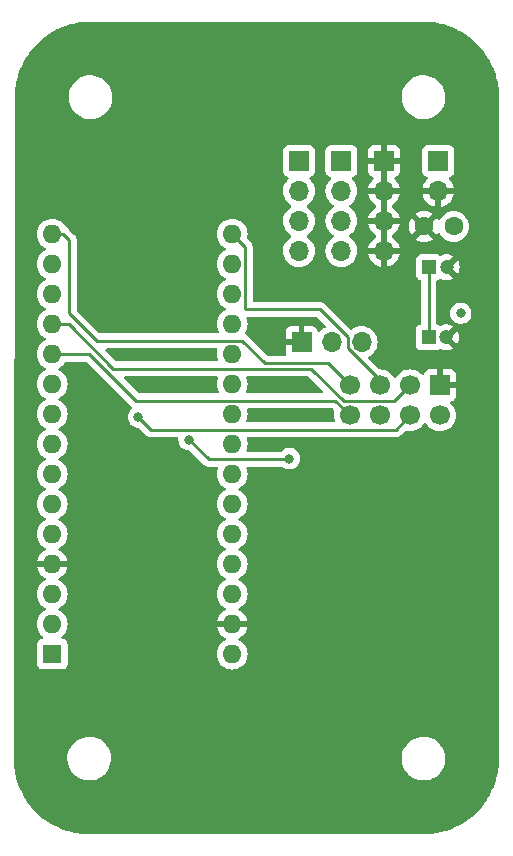
<source format=gbr>
%TF.GenerationSoftware,KiCad,Pcbnew,7.0.7*%
%TF.CreationDate,2023-10-16T17:56:00+02:00*%
%TF.ProjectId,arduino-nano-radio-transmitter,61726475-696e-46f2-9d6e-616e6f2d7261,0*%
%TF.SameCoordinates,Original*%
%TF.FileFunction,Copper,L2,Bot*%
%TF.FilePolarity,Positive*%
%FSLAX46Y46*%
G04 Gerber Fmt 4.6, Leading zero omitted, Abs format (unit mm)*
G04 Created by KiCad (PCBNEW 7.0.7) date 2023-10-16 17:56:00*
%MOMM*%
%LPD*%
G01*
G04 APERTURE LIST*
%TA.AperFunction,ComponentPad*%
%ADD10R,1.700000X1.700000*%
%TD*%
%TA.AperFunction,ComponentPad*%
%ADD11O,1.700000X1.700000*%
%TD*%
%TA.AperFunction,ComponentPad*%
%ADD12C,1.600000*%
%TD*%
%TA.AperFunction,ComponentPad*%
%ADD13R,1.200000X1.200000*%
%TD*%
%TA.AperFunction,ComponentPad*%
%ADD14C,1.200000*%
%TD*%
%TA.AperFunction,ComponentPad*%
%ADD15C,1.700000*%
%TD*%
%TA.AperFunction,ComponentPad*%
%ADD16R,1.600000X1.600000*%
%TD*%
%TA.AperFunction,ComponentPad*%
%ADD17O,1.600000X1.600000*%
%TD*%
%TA.AperFunction,ViaPad*%
%ADD18C,0.800000*%
%TD*%
%TA.AperFunction,Conductor*%
%ADD19C,0.250000*%
%TD*%
G04 APERTURE END LIST*
D10*
%TO.P,BT1,1,+*%
%TO.N,+12V*%
X107850000Y-44900000D03*
D11*
%TO.P,BT1,2,-*%
%TO.N,GND*%
X107850000Y-47440000D03*
%TD*%
D10*
%TO.P,J1,1,Pin_1*%
%TO.N,Net-(A1-A0)*%
X96050000Y-44900000D03*
D11*
%TO.P,J1,2,Pin_2*%
%TO.N,Net-(A1-A1)*%
X96050000Y-47440000D03*
%TO.P,J1,3,Pin_3*%
%TO.N,Net-(A1-A2)*%
X96050000Y-49980000D03*
%TO.P,J1,4,Pin_4*%
%TO.N,Net-(A1-A3)*%
X96050000Y-52520000D03*
%TD*%
D12*
%TO.P,C3,1*%
%TO.N,GND*%
X106650000Y-50450000D03*
%TO.P,C3,2*%
%TO.N,+12V*%
X109150000Y-50450000D03*
%TD*%
D13*
%TO.P,C1,1*%
%TO.N,+3.3V*%
X107027401Y-59850000D03*
D14*
%TO.P,C1,2*%
%TO.N,GND*%
X108527401Y-59850000D03*
%TD*%
D10*
%TO.P,J2,1,Pin_1*%
%TO.N,Net-(A1-+5V)*%
X99650000Y-44900000D03*
D11*
%TO.P,J2,2,Pin_2*%
X99650000Y-47440000D03*
%TO.P,J2,3,Pin_3*%
X99650000Y-49980000D03*
%TO.P,J2,4,Pin_4*%
X99650000Y-52520000D03*
%TD*%
D10*
%TO.P,J3,1,Pin_1*%
%TO.N,GND*%
X103250000Y-44900000D03*
D11*
%TO.P,J3,2,Pin_2*%
X103250000Y-47440000D03*
%TO.P,J3,3,Pin_3*%
X103250000Y-49980000D03*
%TO.P,J3,4,Pin_4*%
X103250000Y-52520000D03*
%TD*%
D13*
%TO.P,C2,1*%
%TO.N,+3.3V*%
X107050000Y-53900000D03*
D14*
%TO.P,C2,2*%
%TO.N,GND*%
X108550000Y-53900000D03*
%TD*%
D10*
%TO.P,U2,1,GND*%
%TO.N,GND*%
X96270000Y-60250000D03*
D11*
%TO.P,U2,2,VO*%
%TO.N,+3.3V*%
X98810000Y-60250000D03*
%TO.P,U2,3,VI*%
%TO.N,+12V*%
X101350000Y-60250000D03*
%TD*%
D10*
%TO.P,U3,1,GND*%
%TO.N,GND*%
X107990000Y-63900000D03*
D15*
%TO.P,U3,2,VCC*%
%TO.N,+3.3V*%
X107990000Y-66440000D03*
%TO.P,U3,3,CE*%
%TO.N,/CE*%
X105450000Y-63900000D03*
%TO.P,U3,4,~{CSN}*%
%TO.N,/CSN*%
X105450000Y-66440000D03*
%TO.P,U3,5,SCK*%
%TO.N,/SCK*%
X102910000Y-63900000D03*
%TO.P,U3,6,MOSI*%
%TO.N,/MOSI*%
X102910000Y-66440000D03*
%TO.P,U3,7,MISO*%
%TO.N,/MISO*%
X100370000Y-63900000D03*
%TO.P,U3,8,IRQ*%
%TO.N,/IRQ*%
X100370000Y-66440000D03*
%TD*%
D16*
%TO.P,A1,1,D1/TX*%
%TO.N,unconnected-(A1-D1{slash}TX-Pad1)*%
X75160000Y-86660000D03*
D17*
%TO.P,A1,2,D0/RX*%
%TO.N,unconnected-(A1-D0{slash}RX-Pad2)*%
X75160000Y-84120000D03*
%TO.P,A1,3,~{RESET}*%
%TO.N,unconnected-(A1-~{RESET}-Pad3)*%
X75160000Y-81580000D03*
%TO.P,A1,4,GND*%
%TO.N,GND*%
X75160000Y-79040000D03*
%TO.P,A1,5,D2*%
%TO.N,unconnected-(A1-D2-Pad5)*%
X75160000Y-76500000D03*
%TO.P,A1,6,D3*%
%TO.N,unconnected-(A1-D3-Pad6)*%
X75160000Y-73960000D03*
%TO.P,A1,7,D4*%
%TO.N,unconnected-(A1-D4-Pad7)*%
X75160000Y-71420000D03*
%TO.P,A1,8,D5*%
%TO.N,unconnected-(A1-D5-Pad8)*%
X75160000Y-68880000D03*
%TO.P,A1,9,D6*%
%TO.N,unconnected-(A1-D6-Pad9)*%
X75160000Y-66340000D03*
%TO.P,A1,10,D7*%
%TO.N,unconnected-(A1-D7-Pad10)*%
X75160000Y-63800000D03*
%TO.P,A1,11,D8*%
%TO.N,/IRQ*%
X75160000Y-61260000D03*
%TO.P,A1,12,D9*%
%TO.N,/CE*%
X75160000Y-58720000D03*
%TO.P,A1,13,D10*%
%TO.N,/CSN*%
X75160000Y-56180000D03*
%TO.P,A1,14,D11*%
%TO.N,/MOSI*%
X75160000Y-53640000D03*
%TO.P,A1,15,D12*%
%TO.N,/MISO*%
X75160000Y-51100000D03*
%TO.P,A1,16,D13*%
%TO.N,/SCK*%
X90400000Y-51100000D03*
%TO.P,A1,17,3V3*%
%TO.N,unconnected-(A1-3V3-Pad17)*%
X90400000Y-53640000D03*
%TO.P,A1,18,AREF*%
%TO.N,unconnected-(A1-AREF-Pad18)*%
X90400000Y-56180000D03*
%TO.P,A1,19,A0*%
%TO.N,Net-(A1-A0)*%
X90400000Y-58720000D03*
%TO.P,A1,20,A1*%
%TO.N,Net-(A1-A1)*%
X90400000Y-61260000D03*
%TO.P,A1,21,A2*%
%TO.N,Net-(A1-A2)*%
X90400000Y-63800000D03*
%TO.P,A1,22,A3*%
%TO.N,Net-(A1-A3)*%
X90400000Y-66340000D03*
%TO.P,A1,23,A4*%
%TO.N,unconnected-(A1-A4-Pad23)*%
X90400000Y-68880000D03*
%TO.P,A1,24,A5*%
%TO.N,unconnected-(A1-A5-Pad24)*%
X90400000Y-71420000D03*
%TO.P,A1,25,A6*%
%TO.N,unconnected-(A1-A6-Pad25)*%
X90400000Y-73960000D03*
%TO.P,A1,26,A7*%
%TO.N,unconnected-(A1-A7-Pad26)*%
X90400000Y-76500000D03*
%TO.P,A1,27,+5V*%
%TO.N,Net-(A1-+5V)*%
X90400000Y-79040000D03*
%TO.P,A1,28,~{RESET}*%
%TO.N,unconnected-(A1-~{RESET}-Pad28)*%
X90400000Y-81580000D03*
%TO.P,A1,29,GND*%
%TO.N,GND*%
X90400000Y-84120000D03*
%TO.P,A1,30,VIN*%
%TO.N,+12V*%
X90400000Y-86660000D03*
%TD*%
D18*
%TO.N,*%
X109750000Y-57800000D03*
%TO.N,GND*%
X87700000Y-57100000D03*
X86000000Y-95900000D03*
X108500000Y-87900000D03*
X101700000Y-95800000D03*
X106900000Y-78400000D03*
X98200000Y-56250000D03*
X97400000Y-91800000D03*
X76850000Y-49250000D03*
X92250000Y-72700000D03*
X85400000Y-61200000D03*
X78500000Y-66100000D03*
X80000000Y-57600000D03*
X96600000Y-63800000D03*
X96400000Y-72700000D03*
X106700000Y-69200000D03*
X82600000Y-41400000D03*
X82400000Y-72100000D03*
X86800000Y-88200000D03*
X94300000Y-53700000D03*
X97000000Y-66500000D03*
X96300000Y-83200000D03*
X87900000Y-48450000D03*
X93700000Y-48200000D03*
X85700000Y-63700000D03*
X86500000Y-77700000D03*
X104800000Y-59750000D03*
X80000000Y-84300000D03*
X94600000Y-56300000D03*
X102100000Y-56300000D03*
X100000000Y-41400000D03*
X82600000Y-48600000D03*
X93750000Y-50900000D03*
%TO.N,/CSN*%
X82462347Y-66587653D03*
%TO.N,/MOSI*%
X86750000Y-68500000D03*
X95250000Y-70100000D03*
%TD*%
D19*
%TO.N,/IRQ*%
X99145000Y-65215000D02*
X82265000Y-65215000D01*
X82265000Y-65215000D02*
X78310000Y-61260000D01*
X78310000Y-61260000D02*
X75160000Y-61260000D01*
X100370000Y-66440000D02*
X99145000Y-65215000D01*
%TO.N,/CE*%
X104085000Y-65265000D02*
X105450000Y-63900000D01*
X80350000Y-62500000D02*
X97066396Y-62500000D01*
X97066396Y-62500000D02*
X99831396Y-65265000D01*
X75160000Y-58720000D02*
X76570000Y-58720000D01*
X99831396Y-65265000D02*
X104085000Y-65265000D01*
X76570000Y-58720000D02*
X80350000Y-62500000D01*
%TO.N,/CSN*%
X82462347Y-66587653D02*
X83524694Y-67650000D01*
X83524694Y-67650000D02*
X104240000Y-67650000D01*
X104240000Y-67650000D02*
X105450000Y-66440000D01*
X82462347Y-66587653D02*
X82387653Y-66587653D01*
%TO.N,/MOSI*%
X86750000Y-68500000D02*
X88400000Y-70150000D01*
X95200000Y-70150000D02*
X95250000Y-70100000D01*
X88400000Y-70150000D02*
X95200000Y-70150000D01*
%TO.N,/MISO*%
X93150000Y-62050000D02*
X91235000Y-60135000D01*
X75160000Y-51100000D02*
X76100000Y-51100000D01*
X76600000Y-51600000D02*
X76600000Y-57800000D01*
X91235000Y-60135000D02*
X78935000Y-60135000D01*
X76100000Y-51100000D02*
X76600000Y-51600000D01*
X100370000Y-63900000D02*
X98520000Y-62050000D01*
X76600000Y-57800000D02*
X78935000Y-60135000D01*
X98520000Y-62050000D02*
X93150000Y-62050000D01*
%TO.N,/SCK*%
X102910000Y-63471701D02*
X102910000Y-63900000D01*
X97805000Y-57455000D02*
X100175000Y-59825000D01*
X91525000Y-57455000D02*
X97805000Y-57455000D01*
X90400000Y-51100000D02*
X91525000Y-52225000D01*
X91525000Y-52225000D02*
X91525000Y-57455000D01*
X100175000Y-60736701D02*
X102910000Y-63471701D01*
X100175000Y-59825000D02*
X100175000Y-60736701D01*
%TO.N,+3.3V*%
X107050000Y-59827401D02*
X107027401Y-59850000D01*
X107050000Y-53900000D02*
X107050000Y-59827401D01*
%TD*%
%TA.AperFunction,Conductor*%
%TO.N,GND*%
G36*
X98901587Y-65860185D02*
G01*
X98922229Y-65876819D01*
X99029762Y-65984352D01*
X99063247Y-66045675D01*
X99061856Y-66104126D01*
X99034938Y-66204586D01*
X99034936Y-66204596D01*
X99014341Y-66439999D01*
X99014341Y-66440000D01*
X99034936Y-66675403D01*
X99034938Y-66675413D01*
X99086650Y-66868407D01*
X99084987Y-66938257D01*
X99045824Y-66996119D01*
X98981596Y-67023623D01*
X98966875Y-67024500D01*
X91710397Y-67024500D01*
X91643358Y-67004815D01*
X91597603Y-66952011D01*
X91587659Y-66882853D01*
X91598015Y-66848096D01*
X91626736Y-66786502D01*
X91626739Y-66786496D01*
X91685635Y-66566692D01*
X91705468Y-66340000D01*
X91685635Y-66113308D01*
X91664646Y-66034975D01*
X91654362Y-65996593D01*
X91656025Y-65926743D01*
X91695188Y-65868881D01*
X91759417Y-65841377D01*
X91774137Y-65840500D01*
X98834548Y-65840500D01*
X98901587Y-65860185D01*
G37*
%TD.AperFunction*%
%TA.AperFunction,Conductor*%
G36*
X89151979Y-63145185D02*
G01*
X89197734Y-63197989D01*
X89207678Y-63267147D01*
X89197322Y-63301904D01*
X89173263Y-63353497D01*
X89173258Y-63353511D01*
X89114366Y-63573302D01*
X89114364Y-63573313D01*
X89094532Y-63799998D01*
X89094532Y-63800001D01*
X89114364Y-64026686D01*
X89114366Y-64026697D01*
X89173258Y-64246488D01*
X89173260Y-64246492D01*
X89173261Y-64246496D01*
X89237698Y-64384680D01*
X89250948Y-64413095D01*
X89261440Y-64482173D01*
X89232920Y-64545957D01*
X89174444Y-64584196D01*
X89138566Y-64589500D01*
X82575452Y-64589500D01*
X82508413Y-64569815D01*
X82487771Y-64553181D01*
X81271771Y-63337181D01*
X81238286Y-63275858D01*
X81243270Y-63206166D01*
X81285142Y-63150233D01*
X81350606Y-63125816D01*
X81359452Y-63125500D01*
X89084940Y-63125500D01*
X89151979Y-63145185D01*
G37*
%TD.AperFunction*%
%TA.AperFunction,Conductor*%
G36*
X96822983Y-63145185D02*
G01*
X96843625Y-63161819D01*
X98059624Y-64377819D01*
X98093109Y-64439142D01*
X98088125Y-64508834D01*
X98046253Y-64564767D01*
X97980789Y-64589184D01*
X97971943Y-64589500D01*
X91661434Y-64589500D01*
X91594395Y-64569815D01*
X91548640Y-64517011D01*
X91538696Y-64447853D01*
X91549052Y-64413095D01*
X91562302Y-64384680D01*
X91626739Y-64246496D01*
X91685635Y-64026692D01*
X91703009Y-63828111D01*
X91705468Y-63800001D01*
X91705468Y-63799998D01*
X91692455Y-63651262D01*
X91685635Y-63573308D01*
X91639198Y-63400000D01*
X91626741Y-63353511D01*
X91626736Y-63353497D01*
X91602678Y-63301904D01*
X91592186Y-63232827D01*
X91620706Y-63169043D01*
X91679183Y-63130804D01*
X91715060Y-63125500D01*
X96755944Y-63125500D01*
X96822983Y-63145185D01*
G37*
%TD.AperFunction*%
%TA.AperFunction,Conductor*%
G36*
X89092902Y-60780185D02*
G01*
X89138657Y-60832989D01*
X89148601Y-60902147D01*
X89145638Y-60916593D01*
X89114366Y-61033302D01*
X89114364Y-61033313D01*
X89094532Y-61259998D01*
X89094532Y-61260001D01*
X89114364Y-61486686D01*
X89114366Y-61486697D01*
X89173260Y-61706496D01*
X89173839Y-61708085D01*
X89173886Y-61708831D01*
X89174662Y-61711726D01*
X89174080Y-61711881D01*
X89178273Y-61777813D01*
X89144306Y-61838870D01*
X89082720Y-61871870D01*
X89057319Y-61874500D01*
X80660453Y-61874500D01*
X80593414Y-61854815D01*
X80572772Y-61838181D01*
X79706772Y-60972181D01*
X79673287Y-60910858D01*
X79678271Y-60841166D01*
X79720143Y-60785233D01*
X79785607Y-60760816D01*
X79794453Y-60760500D01*
X89025863Y-60760500D01*
X89092902Y-60780185D01*
G37*
%TD.AperFunction*%
%TA.AperFunction,Conductor*%
G36*
X97561587Y-58100185D02*
G01*
X97582229Y-58116819D01*
X98286020Y-58820610D01*
X98319505Y-58881933D01*
X98314521Y-58951625D01*
X98272649Y-59007558D01*
X98250744Y-59020673D01*
X98132171Y-59075964D01*
X98132169Y-59075965D01*
X97938600Y-59211503D01*
X97816284Y-59333819D01*
X97754961Y-59367303D01*
X97685269Y-59362319D01*
X97629336Y-59320447D01*
X97612421Y-59289470D01*
X97563354Y-59157913D01*
X97563350Y-59157906D01*
X97477190Y-59042812D01*
X97477187Y-59042809D01*
X97362093Y-58956649D01*
X97362086Y-58956645D01*
X97227379Y-58906403D01*
X97227372Y-58906401D01*
X97167844Y-58900000D01*
X96520000Y-58900000D01*
X96520000Y-59637698D01*
X96500315Y-59704737D01*
X96447511Y-59750492D01*
X96378355Y-59760436D01*
X96305766Y-59750000D01*
X96305763Y-59750000D01*
X96234237Y-59750000D01*
X96161646Y-59760437D01*
X96092487Y-59750493D01*
X96039683Y-59704738D01*
X96019999Y-59637699D01*
X96020000Y-58900000D01*
X95372155Y-58900000D01*
X95312627Y-58906401D01*
X95312620Y-58906403D01*
X95177913Y-58956645D01*
X95177906Y-58956649D01*
X95062812Y-59042809D01*
X95062809Y-59042812D01*
X94976649Y-59157906D01*
X94976645Y-59157913D01*
X94926403Y-59292620D01*
X94926401Y-59292627D01*
X94920000Y-59352155D01*
X94920000Y-60000000D01*
X95656653Y-60000000D01*
X95723692Y-60019685D01*
X95769447Y-60072489D01*
X95779391Y-60141647D01*
X95775631Y-60158933D01*
X95770000Y-60178111D01*
X95770000Y-60321888D01*
X95775631Y-60341067D01*
X95775630Y-60410936D01*
X95737855Y-60469714D01*
X95674299Y-60498738D01*
X95656653Y-60500000D01*
X94920000Y-60500000D01*
X94920000Y-61147844D01*
X94926401Y-61207372D01*
X94926402Y-61207376D01*
X94944973Y-61257166D01*
X94949957Y-61326858D01*
X94916472Y-61388181D01*
X94855149Y-61421666D01*
X94828791Y-61424500D01*
X93460452Y-61424500D01*
X93393413Y-61404815D01*
X93372771Y-61388181D01*
X92566213Y-60581623D01*
X91735803Y-59751212D01*
X91725980Y-59738950D01*
X91725759Y-59739134D01*
X91720786Y-59733123D01*
X91714331Y-59727061D01*
X91670364Y-59685773D01*
X91659919Y-59675328D01*
X91649475Y-59664883D01*
X91643986Y-59660625D01*
X91639561Y-59656847D01*
X91605582Y-59624938D01*
X91605580Y-59624936D01*
X91605577Y-59624935D01*
X91588029Y-59615288D01*
X91571763Y-59604604D01*
X91555932Y-59592324D01*
X91549219Y-59588354D01*
X91550185Y-59586719D01*
X91504288Y-59548528D01*
X91483268Y-59481895D01*
X91501609Y-59414476D01*
X91505654Y-59408313D01*
X91530568Y-59372734D01*
X91626739Y-59166496D01*
X91685635Y-58946692D01*
X91705468Y-58720000D01*
X91685635Y-58493308D01*
X91626739Y-58273504D01*
X91618998Y-58256905D01*
X91608506Y-58187830D01*
X91637024Y-58124045D01*
X91695500Y-58085805D01*
X91731380Y-58080500D01*
X97494548Y-58080500D01*
X97561587Y-58100185D01*
G37*
%TD.AperFunction*%
%TA.AperFunction,Conductor*%
G36*
X103427512Y-50479507D02*
G01*
X103480315Y-50525262D01*
X103500000Y-50592301D01*
X103500000Y-51907698D01*
X103480315Y-51974737D01*
X103427511Y-52020492D01*
X103358355Y-52030436D01*
X103285766Y-52020000D01*
X103285763Y-52020000D01*
X103214237Y-52020000D01*
X103214233Y-52020000D01*
X103141645Y-52030436D01*
X103072487Y-52020492D01*
X103019684Y-51974736D01*
X103000000Y-51907698D01*
X103000000Y-50592301D01*
X103019685Y-50525262D01*
X103072489Y-50479507D01*
X103141647Y-50469563D01*
X103214237Y-50480000D01*
X103214238Y-50480000D01*
X103285762Y-50480000D01*
X103285763Y-50480000D01*
X103358353Y-50469563D01*
X103427512Y-50479507D01*
G37*
%TD.AperFunction*%
%TA.AperFunction,Conductor*%
G36*
X103427512Y-47939507D02*
G01*
X103480315Y-47985262D01*
X103500000Y-48052301D01*
X103500000Y-49367698D01*
X103480315Y-49434737D01*
X103427511Y-49480492D01*
X103358355Y-49490436D01*
X103285766Y-49480000D01*
X103285763Y-49480000D01*
X103214237Y-49480000D01*
X103214233Y-49480000D01*
X103141645Y-49490436D01*
X103072487Y-49480492D01*
X103019684Y-49434736D01*
X103000000Y-49367698D01*
X103000000Y-48052301D01*
X103019685Y-47985262D01*
X103072489Y-47939507D01*
X103141647Y-47929563D01*
X103214237Y-47940000D01*
X103214238Y-47940000D01*
X103285762Y-47940000D01*
X103285763Y-47940000D01*
X103358353Y-47929563D01*
X103427512Y-47939507D01*
G37*
%TD.AperFunction*%
%TA.AperFunction,Conductor*%
G36*
X103427512Y-45399507D02*
G01*
X103480315Y-45445262D01*
X103500000Y-45512301D01*
X103500000Y-46827698D01*
X103480315Y-46894737D01*
X103427511Y-46940492D01*
X103358355Y-46950436D01*
X103285766Y-46940000D01*
X103285763Y-46940000D01*
X103214237Y-46940000D01*
X103214233Y-46940000D01*
X103141645Y-46950436D01*
X103072487Y-46940492D01*
X103019684Y-46894736D01*
X103000000Y-46827698D01*
X103000000Y-45512301D01*
X103019685Y-45445262D01*
X103072489Y-45399507D01*
X103141647Y-45389563D01*
X103214237Y-45400000D01*
X103214238Y-45400000D01*
X103285762Y-45400000D01*
X103285763Y-45400000D01*
X103358353Y-45389563D01*
X103427512Y-45399507D01*
G37*
%TD.AperFunction*%
%TA.AperFunction,Conductor*%
G36*
X106867139Y-33110495D02*
G01*
X107081414Y-33118914D01*
X107085852Y-33119252D01*
X107341053Y-33148006D01*
X107568742Y-33174955D01*
X107572963Y-33175603D01*
X107822573Y-33222832D01*
X108050401Y-33268150D01*
X108054251Y-33269048D01*
X108289838Y-33332174D01*
X108298601Y-33334522D01*
X108523366Y-33397912D01*
X108527005Y-33399060D01*
X108765249Y-33482425D01*
X108985066Y-33563520D01*
X108988383Y-33564855D01*
X109219434Y-33665662D01*
X109432661Y-33763961D01*
X109435650Y-33765438D01*
X109617291Y-33861438D01*
X109658408Y-33883169D01*
X109863604Y-33998084D01*
X109866250Y-33999655D01*
X109988945Y-34076749D01*
X110079542Y-34133675D01*
X110275293Y-34264472D01*
X110277650Y-34266127D01*
X110480310Y-34415697D01*
X110480326Y-34415709D01*
X110666413Y-34562408D01*
X110858400Y-34727627D01*
X111032422Y-34888492D01*
X111211507Y-35067577D01*
X111372369Y-35241596D01*
X111506647Y-35397629D01*
X111537590Y-35433585D01*
X111684290Y-35619673D01*
X111833860Y-35822333D01*
X111835526Y-35824705D01*
X111966324Y-36020457D01*
X112100326Y-36233719D01*
X112101924Y-36236411D01*
X112216830Y-36441591D01*
X112334547Y-36664322D01*
X112336037Y-36667336D01*
X112434337Y-36880565D01*
X112535143Y-37111615D01*
X112536485Y-37114950D01*
X112617580Y-37334766D01*
X112700935Y-37572984D01*
X112702086Y-37576632D01*
X112765477Y-37801398D01*
X112830941Y-38045711D01*
X112831858Y-38049642D01*
X112864188Y-38212175D01*
X112877172Y-38277451D01*
X112924393Y-38527026D01*
X112925044Y-38531266D01*
X112951994Y-38758959D01*
X112980744Y-39014123D01*
X112981087Y-39018633D01*
X112989512Y-39233083D01*
X112999500Y-39500000D01*
X112999500Y-95500000D01*
X112989512Y-95766916D01*
X112981087Y-95981365D01*
X112980744Y-95985875D01*
X112951994Y-96241040D01*
X112925044Y-96468732D01*
X112924393Y-96472972D01*
X112877172Y-96722548D01*
X112831863Y-96950334D01*
X112830941Y-96954287D01*
X112765477Y-97198601D01*
X112702086Y-97423366D01*
X112700935Y-97427014D01*
X112617580Y-97665233D01*
X112536484Y-97885048D01*
X112535143Y-97888383D01*
X112434337Y-98119434D01*
X112336037Y-98332662D01*
X112334547Y-98335676D01*
X112216830Y-98558408D01*
X112101924Y-98763587D01*
X112100326Y-98766278D01*
X111966324Y-98979542D01*
X111835526Y-99175293D01*
X111833860Y-99177665D01*
X111684290Y-99380325D01*
X111537590Y-99566414D01*
X111372376Y-99758396D01*
X111211507Y-99932422D01*
X111032422Y-100111507D01*
X110858396Y-100272376D01*
X110666414Y-100437590D01*
X110480325Y-100584290D01*
X110277665Y-100733860D01*
X110275293Y-100735526D01*
X110079542Y-100866324D01*
X109866278Y-101000326D01*
X109863587Y-101001924D01*
X109658408Y-101116830D01*
X109435676Y-101234547D01*
X109432662Y-101236037D01*
X109219434Y-101334337D01*
X108988383Y-101435143D01*
X108985048Y-101436484D01*
X108765233Y-101517580D01*
X108527014Y-101600935D01*
X108523366Y-101602086D01*
X108298601Y-101665477D01*
X108054287Y-101730941D01*
X108050343Y-101731860D01*
X107921562Y-101757477D01*
X107822548Y-101777172D01*
X107572972Y-101824393D01*
X107568732Y-101825044D01*
X107341040Y-101851994D01*
X107085875Y-101880744D01*
X107081365Y-101881087D01*
X106866916Y-101889512D01*
X106600000Y-101899500D01*
X78300000Y-101899500D01*
X78033083Y-101889512D01*
X77818633Y-101881087D01*
X77814123Y-101880744D01*
X77558959Y-101851994D01*
X77331266Y-101825044D01*
X77327026Y-101824393D01*
X77077451Y-101777172D01*
X77062664Y-101774230D01*
X76849642Y-101731858D01*
X76845711Y-101730941D01*
X76601398Y-101665477D01*
X76376632Y-101602086D01*
X76372984Y-101600935D01*
X76134766Y-101517580D01*
X75914950Y-101436485D01*
X75911615Y-101435143D01*
X75680565Y-101334337D01*
X75467336Y-101236037D01*
X75464322Y-101234547D01*
X75241591Y-101116830D01*
X75036411Y-101001924D01*
X75033719Y-101000326D01*
X74820457Y-100866324D01*
X74624705Y-100735526D01*
X74622333Y-100733860D01*
X74419673Y-100584290D01*
X74233585Y-100437590D01*
X74041610Y-100272382D01*
X73867577Y-100111507D01*
X73688492Y-99932422D01*
X73527627Y-99758400D01*
X73362408Y-99566413D01*
X73215709Y-99380326D01*
X73215708Y-99380325D01*
X73066127Y-99177650D01*
X73064472Y-99175293D01*
X72933675Y-98979542D01*
X72799655Y-98766250D01*
X72798084Y-98763604D01*
X72683169Y-98558408D01*
X72648518Y-98492846D01*
X72565438Y-98335650D01*
X72563961Y-98332661D01*
X72465662Y-98119434D01*
X72364855Y-97888383D01*
X72363520Y-97885066D01*
X72282419Y-97665233D01*
X72199060Y-97427005D01*
X72197912Y-97423366D01*
X72134522Y-97198601D01*
X72123571Y-97157731D01*
X72069048Y-96954251D01*
X72068150Y-96950401D01*
X72022828Y-96722548D01*
X71975603Y-96472963D01*
X71974954Y-96468732D01*
X71974699Y-96466580D01*
X71948003Y-96241023D01*
X71919252Y-95985852D01*
X71918914Y-95981414D01*
X71910487Y-95766916D01*
X71903035Y-95567763D01*
X76445787Y-95567763D01*
X76475413Y-95837013D01*
X76475415Y-95837024D01*
X76513151Y-95981365D01*
X76543928Y-96099088D01*
X76649870Y-96348390D01*
X76714199Y-96453796D01*
X76790979Y-96579605D01*
X76790986Y-96579615D01*
X76964253Y-96787819D01*
X76964259Y-96787824D01*
X77165998Y-96968582D01*
X77391910Y-97118044D01*
X77637176Y-97233020D01*
X77637183Y-97233022D01*
X77637185Y-97233023D01*
X77896557Y-97311057D01*
X77896564Y-97311058D01*
X77896569Y-97311060D01*
X78164561Y-97350500D01*
X78164566Y-97350500D01*
X78367636Y-97350500D01*
X78419133Y-97346730D01*
X78570156Y-97335677D01*
X78682758Y-97310593D01*
X78834546Y-97276782D01*
X78834548Y-97276781D01*
X78834553Y-97276780D01*
X79087558Y-97180014D01*
X79323777Y-97047441D01*
X79538177Y-96881888D01*
X79726186Y-96686881D01*
X79883799Y-96466579D01*
X79957787Y-96322669D01*
X80007649Y-96225690D01*
X80007651Y-96225684D01*
X80007656Y-96225675D01*
X80091004Y-95981365D01*
X80095115Y-95969314D01*
X80095115Y-95969313D01*
X80095118Y-95969305D01*
X80144319Y-95702933D01*
X80149259Y-95567763D01*
X104745787Y-95567763D01*
X104775413Y-95837013D01*
X104775415Y-95837024D01*
X104813151Y-95981365D01*
X104843928Y-96099088D01*
X104949870Y-96348390D01*
X105014199Y-96453796D01*
X105090979Y-96579605D01*
X105090986Y-96579615D01*
X105264253Y-96787819D01*
X105264259Y-96787824D01*
X105465998Y-96968582D01*
X105691910Y-97118044D01*
X105937176Y-97233020D01*
X105937183Y-97233022D01*
X105937185Y-97233023D01*
X106196557Y-97311057D01*
X106196564Y-97311058D01*
X106196569Y-97311060D01*
X106464561Y-97350500D01*
X106464566Y-97350500D01*
X106667636Y-97350500D01*
X106719133Y-97346730D01*
X106870156Y-97335677D01*
X106982758Y-97310593D01*
X107134546Y-97276782D01*
X107134548Y-97276781D01*
X107134553Y-97276780D01*
X107387558Y-97180014D01*
X107623777Y-97047441D01*
X107838177Y-96881888D01*
X108026186Y-96686881D01*
X108183799Y-96466579D01*
X108257787Y-96322669D01*
X108307649Y-96225690D01*
X108307651Y-96225684D01*
X108307656Y-96225675D01*
X108391004Y-95981365D01*
X108395115Y-95969314D01*
X108395115Y-95969313D01*
X108395118Y-95969305D01*
X108444319Y-95702933D01*
X108454212Y-95432235D01*
X108424586Y-95162982D01*
X108356072Y-94900912D01*
X108250130Y-94651610D01*
X108109018Y-94420390D01*
X108019747Y-94313119D01*
X107935746Y-94212180D01*
X107935740Y-94212175D01*
X107734002Y-94031418D01*
X107508092Y-93881957D01*
X107508090Y-93881956D01*
X107262824Y-93766980D01*
X107262819Y-93766978D01*
X107262814Y-93766976D01*
X107003442Y-93688942D01*
X107003428Y-93688939D01*
X106887791Y-93671921D01*
X106735439Y-93649500D01*
X106532369Y-93649500D01*
X106532364Y-93649500D01*
X106329844Y-93664323D01*
X106329831Y-93664325D01*
X106065453Y-93723217D01*
X106065446Y-93723220D01*
X105812439Y-93819987D01*
X105576226Y-93952557D01*
X105361822Y-94118112D01*
X105173822Y-94313109D01*
X105173816Y-94313116D01*
X105016202Y-94533419D01*
X105016199Y-94533424D01*
X104892350Y-94774309D01*
X104892343Y-94774327D01*
X104804884Y-95030685D01*
X104804881Y-95030699D01*
X104755681Y-95297068D01*
X104755680Y-95297075D01*
X104745787Y-95567763D01*
X80149259Y-95567763D01*
X80154212Y-95432235D01*
X80124586Y-95162982D01*
X80056072Y-94900912D01*
X79950130Y-94651610D01*
X79809018Y-94420390D01*
X79719747Y-94313119D01*
X79635746Y-94212180D01*
X79635740Y-94212175D01*
X79434002Y-94031418D01*
X79208092Y-93881957D01*
X79208090Y-93881956D01*
X78962824Y-93766980D01*
X78962819Y-93766978D01*
X78962814Y-93766976D01*
X78703442Y-93688942D01*
X78703428Y-93688939D01*
X78587791Y-93671921D01*
X78435439Y-93649500D01*
X78232369Y-93649500D01*
X78232364Y-93649500D01*
X78029844Y-93664323D01*
X78029831Y-93664325D01*
X77765453Y-93723217D01*
X77765446Y-93723220D01*
X77512439Y-93819987D01*
X77276226Y-93952557D01*
X77061822Y-94118112D01*
X76873822Y-94313109D01*
X76873816Y-94313116D01*
X76716202Y-94533419D01*
X76716199Y-94533424D01*
X76592350Y-94774309D01*
X76592343Y-94774327D01*
X76504884Y-95030685D01*
X76504881Y-95030699D01*
X76455681Y-95297068D01*
X76455680Y-95297075D01*
X76445787Y-95567763D01*
X71903035Y-95567763D01*
X71900500Y-95500000D01*
X71920821Y-84120001D01*
X73854532Y-84120001D01*
X73874364Y-84346686D01*
X73874366Y-84346697D01*
X73933258Y-84566488D01*
X73933261Y-84566497D01*
X74029431Y-84772732D01*
X74029432Y-84772734D01*
X74159954Y-84959141D01*
X74320858Y-85120045D01*
X74345462Y-85137273D01*
X74389087Y-85191849D01*
X74396281Y-85261348D01*
X74364758Y-85323703D01*
X74304529Y-85359117D01*
X74287593Y-85362138D01*
X74252516Y-85365908D01*
X74117671Y-85416202D01*
X74117664Y-85416206D01*
X74002455Y-85502452D01*
X74002452Y-85502455D01*
X73916206Y-85617664D01*
X73916202Y-85617671D01*
X73865908Y-85752517D01*
X73859501Y-85812116D01*
X73859501Y-85812123D01*
X73859500Y-85812135D01*
X73859500Y-87507870D01*
X73859501Y-87507876D01*
X73865908Y-87567483D01*
X73916202Y-87702328D01*
X73916206Y-87702335D01*
X74002452Y-87817544D01*
X74002455Y-87817547D01*
X74117664Y-87903793D01*
X74117671Y-87903797D01*
X74252517Y-87954091D01*
X74252516Y-87954091D01*
X74259444Y-87954835D01*
X74312127Y-87960500D01*
X76007872Y-87960499D01*
X76067483Y-87954091D01*
X76202331Y-87903796D01*
X76317546Y-87817546D01*
X76403796Y-87702331D01*
X76454091Y-87567483D01*
X76460500Y-87507873D01*
X76460499Y-85812128D01*
X76454091Y-85752517D01*
X76419567Y-85659954D01*
X76403797Y-85617671D01*
X76403793Y-85617664D01*
X76317547Y-85502455D01*
X76317544Y-85502452D01*
X76202335Y-85416206D01*
X76202328Y-85416202D01*
X76067482Y-85365908D01*
X76067483Y-85365908D01*
X76032404Y-85362137D01*
X75967853Y-85335399D01*
X75928005Y-85278006D01*
X75925512Y-85208181D01*
X75961165Y-85148092D01*
X75974539Y-85137272D01*
X75999140Y-85120046D01*
X76160045Y-84959141D01*
X76160044Y-84959141D01*
X76160047Y-84959139D01*
X76290568Y-84772734D01*
X76386739Y-84566496D01*
X76445635Y-84346692D01*
X76465468Y-84120000D01*
X76445635Y-83893308D01*
X76386739Y-83673504D01*
X76290568Y-83467266D01*
X76160047Y-83280861D01*
X76160045Y-83280858D01*
X75999141Y-83119954D01*
X75812734Y-82989432D01*
X75812728Y-82989429D01*
X75754725Y-82962382D01*
X75702285Y-82916210D01*
X75683133Y-82849017D01*
X75703348Y-82782135D01*
X75754725Y-82737618D01*
X75812734Y-82710568D01*
X75999139Y-82580047D01*
X76160047Y-82419139D01*
X76290568Y-82232734D01*
X76386739Y-82026496D01*
X76445635Y-81806692D01*
X76465468Y-81580000D01*
X76445635Y-81353308D01*
X76386739Y-81133504D01*
X76290568Y-80927266D01*
X76160047Y-80740861D01*
X76160045Y-80740858D01*
X75999141Y-80579954D01*
X75812734Y-80449432D01*
X75812732Y-80449431D01*
X75754725Y-80422382D01*
X75754132Y-80422105D01*
X75701694Y-80375934D01*
X75682542Y-80308740D01*
X75702758Y-80241859D01*
X75754134Y-80197341D01*
X75812484Y-80170132D01*
X75998820Y-80039657D01*
X76159657Y-79878820D01*
X76290134Y-79692482D01*
X76386265Y-79486326D01*
X76386269Y-79486317D01*
X76438872Y-79290000D01*
X75773347Y-79290000D01*
X75706308Y-79270315D01*
X75660553Y-79217511D01*
X75650609Y-79148353D01*
X75654369Y-79131067D01*
X75660000Y-79111888D01*
X75660000Y-78968111D01*
X75654369Y-78948933D01*
X75654370Y-78879064D01*
X75692145Y-78820286D01*
X75755701Y-78791262D01*
X75773347Y-78790000D01*
X76438872Y-78790000D01*
X76438872Y-78789999D01*
X76386269Y-78593682D01*
X76386265Y-78593673D01*
X76290134Y-78387517D01*
X76159657Y-78201179D01*
X75998820Y-78040342D01*
X75812482Y-77909865D01*
X75754133Y-77882657D01*
X75701694Y-77836484D01*
X75682542Y-77769291D01*
X75702758Y-77702410D01*
X75754129Y-77657895D01*
X75812734Y-77630568D01*
X75999139Y-77500047D01*
X76160047Y-77339139D01*
X76290568Y-77152734D01*
X76386739Y-76946496D01*
X76445635Y-76726692D01*
X76465468Y-76500000D01*
X76445635Y-76273308D01*
X76386739Y-76053504D01*
X76290568Y-75847266D01*
X76160047Y-75660861D01*
X76160045Y-75660858D01*
X75999141Y-75499954D01*
X75812734Y-75369432D01*
X75812728Y-75369429D01*
X75754725Y-75342382D01*
X75702285Y-75296210D01*
X75683133Y-75229017D01*
X75703348Y-75162135D01*
X75754725Y-75117618D01*
X75812734Y-75090568D01*
X75999139Y-74960047D01*
X76160047Y-74799139D01*
X76290568Y-74612734D01*
X76386739Y-74406496D01*
X76445635Y-74186692D01*
X76465468Y-73960000D01*
X76445635Y-73733308D01*
X76386739Y-73513504D01*
X76290568Y-73307266D01*
X76160047Y-73120861D01*
X76160045Y-73120858D01*
X75999141Y-72959954D01*
X75812734Y-72829432D01*
X75812728Y-72829429D01*
X75754725Y-72802382D01*
X75702285Y-72756210D01*
X75683133Y-72689017D01*
X75703348Y-72622135D01*
X75754725Y-72577618D01*
X75812734Y-72550568D01*
X75999139Y-72420047D01*
X76160047Y-72259139D01*
X76290568Y-72072734D01*
X76386739Y-71866496D01*
X76445635Y-71646692D01*
X76465468Y-71420000D01*
X76445635Y-71193308D01*
X76386739Y-70973504D01*
X76290568Y-70767266D01*
X76160047Y-70580861D01*
X76160045Y-70580858D01*
X75999141Y-70419954D01*
X75812734Y-70289432D01*
X75812728Y-70289429D01*
X75754725Y-70262382D01*
X75702285Y-70216210D01*
X75683133Y-70149017D01*
X75703348Y-70082135D01*
X75754725Y-70037618D01*
X75812734Y-70010568D01*
X75999139Y-69880047D01*
X76160047Y-69719139D01*
X76290568Y-69532734D01*
X76386739Y-69326496D01*
X76445635Y-69106692D01*
X76465468Y-68880000D01*
X76464442Y-68868277D01*
X76459801Y-68815230D01*
X76445635Y-68653308D01*
X76386739Y-68433504D01*
X76290568Y-68227266D01*
X76160047Y-68040861D01*
X76160045Y-68040858D01*
X75999141Y-67879954D01*
X75812734Y-67749432D01*
X75812728Y-67749429D01*
X75754725Y-67722382D01*
X75702285Y-67676210D01*
X75683133Y-67609017D01*
X75703348Y-67542135D01*
X75754725Y-67497618D01*
X75812734Y-67470568D01*
X75999139Y-67340047D01*
X76160047Y-67179139D01*
X76290568Y-66992734D01*
X76386739Y-66786496D01*
X76445635Y-66566692D01*
X76465468Y-66340000D01*
X76445635Y-66113308D01*
X76386739Y-65893504D01*
X76290568Y-65687266D01*
X76160047Y-65500861D01*
X76160045Y-65500858D01*
X75999141Y-65339954D01*
X75812734Y-65209432D01*
X75812728Y-65209429D01*
X75754725Y-65182382D01*
X75702285Y-65136210D01*
X75683133Y-65069017D01*
X75703348Y-65002135D01*
X75754725Y-64957618D01*
X75812734Y-64930568D01*
X75999139Y-64800047D01*
X76160047Y-64639139D01*
X76290568Y-64452734D01*
X76386739Y-64246496D01*
X76445635Y-64026692D01*
X76463009Y-63828111D01*
X76465468Y-63800001D01*
X76465468Y-63799998D01*
X76452455Y-63651262D01*
X76445635Y-63573308D01*
X76399198Y-63400000D01*
X76386741Y-63353511D01*
X76386738Y-63353502D01*
X76321760Y-63214158D01*
X76290568Y-63147266D01*
X76160047Y-62960861D01*
X76160045Y-62960858D01*
X75999141Y-62799954D01*
X75812734Y-62669432D01*
X75812728Y-62669429D01*
X75754725Y-62642382D01*
X75702285Y-62596210D01*
X75683133Y-62529017D01*
X75703348Y-62462135D01*
X75754725Y-62417618D01*
X75812734Y-62390568D01*
X75999139Y-62260047D01*
X76160047Y-62099139D01*
X76272612Y-61938377D01*
X76327189Y-61894752D01*
X76374188Y-61885500D01*
X77999548Y-61885500D01*
X78066587Y-61905185D01*
X78087229Y-61921819D01*
X81764194Y-65598784D01*
X81774019Y-65611048D01*
X81774240Y-65610866D01*
X81779210Y-65616873D01*
X81779213Y-65616876D01*
X81779214Y-65616877D01*
X81829651Y-65664241D01*
X81850530Y-65685120D01*
X81856004Y-65689366D01*
X81860445Y-65693159D01*
X81882497Y-65713867D01*
X81917891Y-65774108D01*
X81915099Y-65843922D01*
X81875005Y-65901143D01*
X81870499Y-65904576D01*
X81856478Y-65914762D01*
X81856476Y-65914764D01*
X81729813Y-66055438D01*
X81635168Y-66219368D01*
X81635165Y-66219375D01*
X81595972Y-66340000D01*
X81576673Y-66399397D01*
X81572406Y-66439999D01*
X81559090Y-66566697D01*
X81556887Y-66587653D01*
X81576673Y-66775909D01*
X81576674Y-66775912D01*
X81635165Y-66955930D01*
X81635168Y-66955937D01*
X81729814Y-67119869D01*
X81783183Y-67179141D01*
X81856476Y-67260541D01*
X82009612Y-67371801D01*
X82009617Y-67371804D01*
X82182539Y-67448795D01*
X82182544Y-67448797D01*
X82367701Y-67488153D01*
X82426895Y-67488153D01*
X82493934Y-67507838D01*
X82514576Y-67524472D01*
X83023888Y-68033784D01*
X83033713Y-68046048D01*
X83033934Y-68045866D01*
X83038904Y-68051873D01*
X83038907Y-68051876D01*
X83038908Y-68051877D01*
X83089345Y-68099241D01*
X83110224Y-68120120D01*
X83115698Y-68124366D01*
X83120136Y-68128156D01*
X83154112Y-68160062D01*
X83154116Y-68160064D01*
X83171667Y-68169713D01*
X83187925Y-68180392D01*
X83203758Y-68192674D01*
X83225709Y-68202172D01*
X83246531Y-68211183D01*
X83251775Y-68213752D01*
X83292602Y-68236197D01*
X83312006Y-68241179D01*
X83330404Y-68247478D01*
X83348799Y-68255438D01*
X83394823Y-68262726D01*
X83400526Y-68263907D01*
X83445675Y-68275500D01*
X83465710Y-68275500D01*
X83485107Y-68277026D01*
X83504890Y-68280160D01*
X83551277Y-68275775D01*
X83557116Y-68275500D01*
X85730420Y-68275500D01*
X85797459Y-68295185D01*
X85843214Y-68347989D01*
X85853740Y-68412459D01*
X85844540Y-68500000D01*
X85864326Y-68688256D01*
X85864327Y-68688259D01*
X85922818Y-68868277D01*
X85922821Y-68868284D01*
X86017467Y-69032216D01*
X86144128Y-69172887D01*
X86144129Y-69172888D01*
X86297265Y-69284148D01*
X86297270Y-69284151D01*
X86470192Y-69361142D01*
X86470197Y-69361144D01*
X86655354Y-69400500D01*
X86714548Y-69400500D01*
X86781587Y-69420185D01*
X86802229Y-69436819D01*
X87899197Y-70533788D01*
X87909022Y-70546051D01*
X87909243Y-70545869D01*
X87914214Y-70551878D01*
X87940217Y-70576295D01*
X87964635Y-70599226D01*
X87985529Y-70620120D01*
X87991011Y-70624373D01*
X87995443Y-70628157D01*
X88029418Y-70660062D01*
X88046976Y-70669714D01*
X88063235Y-70680395D01*
X88079064Y-70692673D01*
X88121838Y-70711182D01*
X88127056Y-70713738D01*
X88167908Y-70736197D01*
X88187316Y-70741180D01*
X88205717Y-70747480D01*
X88224104Y-70755437D01*
X88267488Y-70762308D01*
X88270119Y-70762725D01*
X88275839Y-70763909D01*
X88320981Y-70775500D01*
X88341016Y-70775500D01*
X88360414Y-70777026D01*
X88380194Y-70780159D01*
X88380195Y-70780160D01*
X88380195Y-70780159D01*
X88380196Y-70780160D01*
X88426583Y-70775775D01*
X88432422Y-70775500D01*
X89070951Y-70775500D01*
X89137990Y-70795185D01*
X89183745Y-70847989D01*
X89193689Y-70917147D01*
X89183333Y-70951905D01*
X89173262Y-70973502D01*
X89173258Y-70973511D01*
X89114366Y-71193302D01*
X89114364Y-71193313D01*
X89094532Y-71419998D01*
X89094532Y-71420001D01*
X89114364Y-71646686D01*
X89114366Y-71646697D01*
X89173258Y-71866488D01*
X89173261Y-71866497D01*
X89269431Y-72072732D01*
X89269432Y-72072734D01*
X89399954Y-72259141D01*
X89560858Y-72420045D01*
X89560861Y-72420047D01*
X89747266Y-72550568D01*
X89805275Y-72577618D01*
X89857714Y-72623791D01*
X89876866Y-72690984D01*
X89856650Y-72757865D01*
X89805275Y-72802382D01*
X89747267Y-72829431D01*
X89747265Y-72829432D01*
X89560858Y-72959954D01*
X89399954Y-73120858D01*
X89269432Y-73307265D01*
X89269431Y-73307267D01*
X89173261Y-73513502D01*
X89173258Y-73513511D01*
X89114366Y-73733302D01*
X89114364Y-73733313D01*
X89094532Y-73959998D01*
X89094532Y-73960001D01*
X89114364Y-74186686D01*
X89114366Y-74186697D01*
X89173258Y-74406488D01*
X89173261Y-74406497D01*
X89269431Y-74612732D01*
X89269432Y-74612734D01*
X89399954Y-74799141D01*
X89560858Y-74960045D01*
X89560861Y-74960047D01*
X89747266Y-75090568D01*
X89805275Y-75117618D01*
X89857714Y-75163791D01*
X89876866Y-75230984D01*
X89856650Y-75297865D01*
X89805275Y-75342382D01*
X89747267Y-75369431D01*
X89747265Y-75369432D01*
X89560858Y-75499954D01*
X89399954Y-75660858D01*
X89269432Y-75847265D01*
X89269431Y-75847267D01*
X89173261Y-76053502D01*
X89173258Y-76053511D01*
X89114366Y-76273302D01*
X89114364Y-76273313D01*
X89094532Y-76499998D01*
X89094532Y-76500001D01*
X89114364Y-76726686D01*
X89114366Y-76726697D01*
X89173258Y-76946488D01*
X89173261Y-76946497D01*
X89269431Y-77152732D01*
X89269432Y-77152734D01*
X89399954Y-77339141D01*
X89560858Y-77500045D01*
X89560861Y-77500047D01*
X89747266Y-77630568D01*
X89805275Y-77657618D01*
X89857714Y-77703791D01*
X89876866Y-77770984D01*
X89856650Y-77837865D01*
X89805275Y-77882382D01*
X89747267Y-77909431D01*
X89747265Y-77909432D01*
X89560858Y-78039954D01*
X89399954Y-78200858D01*
X89269432Y-78387265D01*
X89269431Y-78387267D01*
X89173261Y-78593502D01*
X89173258Y-78593511D01*
X89114366Y-78813302D01*
X89114364Y-78813313D01*
X89094532Y-79039998D01*
X89094532Y-79040001D01*
X89114364Y-79266686D01*
X89114366Y-79266697D01*
X89173258Y-79486488D01*
X89173261Y-79486497D01*
X89269431Y-79692732D01*
X89269432Y-79692734D01*
X89399954Y-79879141D01*
X89560858Y-80040045D01*
X89560861Y-80040047D01*
X89747266Y-80170568D01*
X89804681Y-80197341D01*
X89805275Y-80197618D01*
X89857714Y-80243791D01*
X89876866Y-80310984D01*
X89856650Y-80377865D01*
X89805275Y-80422382D01*
X89747267Y-80449431D01*
X89747265Y-80449432D01*
X89560858Y-80579954D01*
X89399954Y-80740858D01*
X89269432Y-80927265D01*
X89269431Y-80927267D01*
X89173261Y-81133502D01*
X89173258Y-81133511D01*
X89114366Y-81353302D01*
X89114364Y-81353313D01*
X89094532Y-81579998D01*
X89094532Y-81580001D01*
X89114364Y-81806686D01*
X89114366Y-81806697D01*
X89173258Y-82026488D01*
X89173261Y-82026497D01*
X89269431Y-82232732D01*
X89269432Y-82232734D01*
X89399954Y-82419141D01*
X89560858Y-82580045D01*
X89560861Y-82580047D01*
X89747266Y-82710568D01*
X89805865Y-82737893D01*
X89858305Y-82784065D01*
X89877457Y-82851258D01*
X89857242Y-82918139D01*
X89805867Y-82962657D01*
X89747515Y-82989867D01*
X89561179Y-83120342D01*
X89400342Y-83281179D01*
X89269865Y-83467517D01*
X89173734Y-83673673D01*
X89173730Y-83673682D01*
X89121127Y-83869999D01*
X89121128Y-83870000D01*
X89786653Y-83870000D01*
X89853692Y-83889685D01*
X89899447Y-83942489D01*
X89909391Y-84011647D01*
X89905631Y-84028933D01*
X89900000Y-84048111D01*
X89900000Y-84191888D01*
X89905631Y-84211067D01*
X89905630Y-84280936D01*
X89867855Y-84339714D01*
X89804299Y-84368738D01*
X89786653Y-84370000D01*
X89121128Y-84370000D01*
X89173730Y-84566317D01*
X89173734Y-84566326D01*
X89269865Y-84772482D01*
X89400342Y-84958820D01*
X89561179Y-85119657D01*
X89747518Y-85250134D01*
X89747520Y-85250135D01*
X89805865Y-85277342D01*
X89858305Y-85323514D01*
X89877457Y-85390707D01*
X89857242Y-85457589D01*
X89805867Y-85502105D01*
X89747268Y-85529431D01*
X89747264Y-85529433D01*
X89560858Y-85659954D01*
X89399954Y-85820858D01*
X89269432Y-86007265D01*
X89269431Y-86007267D01*
X89173261Y-86213502D01*
X89173258Y-86213511D01*
X89114366Y-86433302D01*
X89114364Y-86433313D01*
X89094532Y-86659998D01*
X89094532Y-86660001D01*
X89114364Y-86886686D01*
X89114366Y-86886697D01*
X89173258Y-87106488D01*
X89173261Y-87106497D01*
X89269431Y-87312732D01*
X89269432Y-87312734D01*
X89399954Y-87499141D01*
X89560858Y-87660045D01*
X89560861Y-87660047D01*
X89747266Y-87790568D01*
X89953504Y-87886739D01*
X90173308Y-87945635D01*
X90335230Y-87959801D01*
X90399998Y-87965468D01*
X90400000Y-87965468D01*
X90400002Y-87965468D01*
X90456807Y-87960498D01*
X90626692Y-87945635D01*
X90846496Y-87886739D01*
X91052734Y-87790568D01*
X91239139Y-87660047D01*
X91400047Y-87499139D01*
X91530568Y-87312734D01*
X91626739Y-87106496D01*
X91685635Y-86886692D01*
X91705468Y-86660000D01*
X91685635Y-86433308D01*
X91626739Y-86213504D01*
X91530568Y-86007266D01*
X91400047Y-85820861D01*
X91400045Y-85820858D01*
X91239141Y-85659954D01*
X91052734Y-85529432D01*
X91052732Y-85529431D01*
X91041275Y-85524088D01*
X90994132Y-85502105D01*
X90941694Y-85455934D01*
X90922542Y-85388740D01*
X90942758Y-85321859D01*
X90994134Y-85277341D01*
X91052484Y-85250132D01*
X91238820Y-85119657D01*
X91399657Y-84958820D01*
X91530134Y-84772482D01*
X91626265Y-84566326D01*
X91626269Y-84566317D01*
X91678872Y-84370000D01*
X91013347Y-84370000D01*
X90946308Y-84350315D01*
X90900553Y-84297511D01*
X90890609Y-84228353D01*
X90894369Y-84211067D01*
X90900000Y-84191888D01*
X90900000Y-84048111D01*
X90894369Y-84028933D01*
X90894370Y-83959064D01*
X90932145Y-83900286D01*
X90995701Y-83871262D01*
X91013347Y-83870000D01*
X91678872Y-83870000D01*
X91678872Y-83869999D01*
X91626269Y-83673682D01*
X91626265Y-83673673D01*
X91530134Y-83467517D01*
X91399657Y-83281179D01*
X91238820Y-83120342D01*
X91052482Y-82989865D01*
X90994133Y-82962657D01*
X90941694Y-82916484D01*
X90922542Y-82849291D01*
X90942758Y-82782410D01*
X90994129Y-82737895D01*
X91052734Y-82710568D01*
X91239139Y-82580047D01*
X91400047Y-82419139D01*
X91530568Y-82232734D01*
X91626739Y-82026496D01*
X91685635Y-81806692D01*
X91705468Y-81580000D01*
X91685635Y-81353308D01*
X91626739Y-81133504D01*
X91530568Y-80927266D01*
X91400047Y-80740861D01*
X91400045Y-80740858D01*
X91239141Y-80579954D01*
X91052734Y-80449432D01*
X91052728Y-80449429D01*
X90994725Y-80422382D01*
X90942285Y-80376210D01*
X90923133Y-80309017D01*
X90943348Y-80242135D01*
X90994725Y-80197618D01*
X90995319Y-80197341D01*
X91052734Y-80170568D01*
X91239139Y-80040047D01*
X91400047Y-79879139D01*
X91530568Y-79692734D01*
X91626739Y-79486496D01*
X91685635Y-79266692D01*
X91705468Y-79040000D01*
X91685635Y-78813308D01*
X91626739Y-78593504D01*
X91530568Y-78387266D01*
X91400047Y-78200861D01*
X91400045Y-78200858D01*
X91239141Y-78039954D01*
X91052734Y-77909432D01*
X91052728Y-77909429D01*
X90994725Y-77882382D01*
X90942285Y-77836210D01*
X90923133Y-77769017D01*
X90943348Y-77702135D01*
X90994725Y-77657618D01*
X91052734Y-77630568D01*
X91239139Y-77500047D01*
X91400047Y-77339139D01*
X91530568Y-77152734D01*
X91626739Y-76946496D01*
X91685635Y-76726692D01*
X91705468Y-76500000D01*
X91685635Y-76273308D01*
X91626739Y-76053504D01*
X91530568Y-75847266D01*
X91400047Y-75660861D01*
X91400045Y-75660858D01*
X91239141Y-75499954D01*
X91052734Y-75369432D01*
X91052728Y-75369429D01*
X90994725Y-75342382D01*
X90942285Y-75296210D01*
X90923133Y-75229017D01*
X90943348Y-75162135D01*
X90994725Y-75117618D01*
X91052734Y-75090568D01*
X91239139Y-74960047D01*
X91400047Y-74799139D01*
X91530568Y-74612734D01*
X91626739Y-74406496D01*
X91685635Y-74186692D01*
X91705468Y-73960000D01*
X91685635Y-73733308D01*
X91626739Y-73513504D01*
X91530568Y-73307266D01*
X91400047Y-73120861D01*
X91400045Y-73120858D01*
X91239141Y-72959954D01*
X91052734Y-72829432D01*
X91052728Y-72829429D01*
X90994725Y-72802382D01*
X90942285Y-72756210D01*
X90923133Y-72689017D01*
X90943348Y-72622135D01*
X90994725Y-72577618D01*
X91052734Y-72550568D01*
X91239139Y-72420047D01*
X91400047Y-72259139D01*
X91530568Y-72072734D01*
X91626739Y-71866496D01*
X91685635Y-71646692D01*
X91705468Y-71420000D01*
X91685635Y-71193308D01*
X91626739Y-70973504D01*
X91616666Y-70951904D01*
X91606175Y-70882827D01*
X91634695Y-70819043D01*
X91693171Y-70780804D01*
X91729049Y-70775500D01*
X94607434Y-70775500D01*
X94674473Y-70795185D01*
X94680319Y-70799182D01*
X94797265Y-70884148D01*
X94797270Y-70884151D01*
X94970192Y-70961142D01*
X94970197Y-70961144D01*
X95155354Y-71000500D01*
X95155355Y-71000500D01*
X95344644Y-71000500D01*
X95344646Y-71000500D01*
X95529803Y-70961144D01*
X95702730Y-70884151D01*
X95855871Y-70772888D01*
X95982533Y-70632216D01*
X96077179Y-70468284D01*
X96135674Y-70288256D01*
X96155460Y-70100000D01*
X96135674Y-69911744D01*
X96077179Y-69731716D01*
X95982533Y-69567784D01*
X95855871Y-69427112D01*
X95846337Y-69420185D01*
X95702734Y-69315851D01*
X95702729Y-69315848D01*
X95529807Y-69238857D01*
X95529802Y-69238855D01*
X95384000Y-69207865D01*
X95344646Y-69199500D01*
X95155354Y-69199500D01*
X95122897Y-69206398D01*
X94970197Y-69238855D01*
X94970192Y-69238857D01*
X94797270Y-69315848D01*
X94797265Y-69315851D01*
X94644135Y-69427106D01*
X94644129Y-69427111D01*
X94593382Y-69483472D01*
X94533895Y-69520121D01*
X94501232Y-69524500D01*
X91729049Y-69524500D01*
X91662010Y-69504815D01*
X91616255Y-69452011D01*
X91606311Y-69382853D01*
X91616667Y-69348095D01*
X91626739Y-69326496D01*
X91685635Y-69106692D01*
X91705468Y-68880000D01*
X91704442Y-68868277D01*
X91699801Y-68815230D01*
X91685635Y-68653308D01*
X91626739Y-68433504D01*
X91626227Y-68431593D01*
X91627890Y-68361743D01*
X91667053Y-68303881D01*
X91731281Y-68276377D01*
X91746002Y-68275500D01*
X104157257Y-68275500D01*
X104172877Y-68277224D01*
X104172904Y-68276939D01*
X104180660Y-68277671D01*
X104180667Y-68277673D01*
X104249814Y-68275500D01*
X104279350Y-68275500D01*
X104286228Y-68274630D01*
X104292041Y-68274172D01*
X104338627Y-68272709D01*
X104357869Y-68267117D01*
X104376912Y-68263174D01*
X104396792Y-68260664D01*
X104440122Y-68243507D01*
X104445646Y-68241617D01*
X104449396Y-68240527D01*
X104490390Y-68228618D01*
X104507629Y-68218422D01*
X104525103Y-68209862D01*
X104543727Y-68202488D01*
X104543727Y-68202487D01*
X104543732Y-68202486D01*
X104581449Y-68175082D01*
X104586305Y-68171892D01*
X104626420Y-68148170D01*
X104640589Y-68133999D01*
X104655379Y-68121368D01*
X104671587Y-68109594D01*
X104701299Y-68073676D01*
X104705212Y-68069376D01*
X104994353Y-67780235D01*
X105055674Y-67746752D01*
X105114125Y-67748143D01*
X105118936Y-67749432D01*
X105214592Y-67775063D01*
X105402918Y-67791539D01*
X105449999Y-67795659D01*
X105450000Y-67795659D01*
X105450001Y-67795659D01*
X105489234Y-67792226D01*
X105685408Y-67775063D01*
X105913663Y-67713903D01*
X106127830Y-67614035D01*
X106321401Y-67478495D01*
X106488495Y-67311401D01*
X106618424Y-67125842D01*
X106673002Y-67082217D01*
X106742500Y-67075023D01*
X106804855Y-67106546D01*
X106821575Y-67125842D01*
X106951500Y-67311395D01*
X106951505Y-67311401D01*
X107118599Y-67478495D01*
X107184261Y-67524472D01*
X107312165Y-67614032D01*
X107312167Y-67614033D01*
X107312170Y-67614035D01*
X107526337Y-67713903D01*
X107754592Y-67775063D01*
X107942918Y-67791539D01*
X107989999Y-67795659D01*
X107990000Y-67795659D01*
X107990001Y-67795659D01*
X108029234Y-67792226D01*
X108225408Y-67775063D01*
X108453663Y-67713903D01*
X108667830Y-67614035D01*
X108861401Y-67478495D01*
X109028495Y-67311401D01*
X109164035Y-67117830D01*
X109263903Y-66903663D01*
X109325063Y-66675408D01*
X109345659Y-66440000D01*
X109325063Y-66204592D01*
X109269331Y-65996593D01*
X109263905Y-65976344D01*
X109263904Y-65976343D01*
X109263903Y-65976337D01*
X109164035Y-65762171D01*
X109160886Y-65757674D01*
X109028496Y-65568600D01*
X109028493Y-65568597D01*
X108906179Y-65446283D01*
X108872696Y-65384963D01*
X108877680Y-65315271D01*
X108919551Y-65259337D01*
X108950529Y-65242422D01*
X109082086Y-65193354D01*
X109082093Y-65193350D01*
X109197187Y-65107190D01*
X109197190Y-65107187D01*
X109283350Y-64992093D01*
X109283354Y-64992086D01*
X109333596Y-64857379D01*
X109333598Y-64857372D01*
X109339999Y-64797844D01*
X109340000Y-64797827D01*
X109340000Y-64150000D01*
X108603347Y-64150000D01*
X108536308Y-64130315D01*
X108490553Y-64077511D01*
X108480609Y-64008353D01*
X108484369Y-63991067D01*
X108490000Y-63971888D01*
X108490000Y-63828111D01*
X108484369Y-63808933D01*
X108484370Y-63739064D01*
X108522145Y-63680286D01*
X108585701Y-63651262D01*
X108603347Y-63650000D01*
X109340000Y-63650000D01*
X109340000Y-63002172D01*
X109339999Y-63002155D01*
X109333598Y-62942627D01*
X109333596Y-62942620D01*
X109283354Y-62807913D01*
X109283350Y-62807906D01*
X109197190Y-62692812D01*
X109197187Y-62692809D01*
X109082093Y-62606649D01*
X109082086Y-62606645D01*
X108947379Y-62556403D01*
X108947372Y-62556401D01*
X108887844Y-62550000D01*
X108240000Y-62550000D01*
X108240000Y-63287698D01*
X108220315Y-63354737D01*
X108167511Y-63400492D01*
X108098355Y-63410436D01*
X108025766Y-63400000D01*
X108025763Y-63400000D01*
X107954237Y-63400000D01*
X107954233Y-63400000D01*
X107881645Y-63410436D01*
X107812487Y-63400492D01*
X107759684Y-63354736D01*
X107740000Y-63287698D01*
X107740000Y-62550000D01*
X107092155Y-62550000D01*
X107032627Y-62556401D01*
X107032620Y-62556403D01*
X106897913Y-62606645D01*
X106897906Y-62606649D01*
X106782812Y-62692809D01*
X106782809Y-62692812D01*
X106696649Y-62807906D01*
X106696645Y-62807913D01*
X106647578Y-62939470D01*
X106605707Y-62995404D01*
X106540242Y-63019821D01*
X106471969Y-63004969D01*
X106443715Y-62983819D01*
X106399366Y-62939470D01*
X106321401Y-62861505D01*
X106321397Y-62861502D01*
X106321396Y-62861501D01*
X106127834Y-62725967D01*
X106127830Y-62725965D01*
X106056727Y-62692809D01*
X105913663Y-62626097D01*
X105913659Y-62626096D01*
X105913655Y-62626094D01*
X105685413Y-62564938D01*
X105685403Y-62564936D01*
X105450001Y-62544341D01*
X105449999Y-62544341D01*
X105214596Y-62564936D01*
X105214586Y-62564938D01*
X104986344Y-62626094D01*
X104986335Y-62626098D01*
X104772171Y-62725964D01*
X104772169Y-62725965D01*
X104578597Y-62861505D01*
X104411505Y-63028597D01*
X104281575Y-63214158D01*
X104226998Y-63257783D01*
X104157500Y-63264977D01*
X104095145Y-63233454D01*
X104078425Y-63214158D01*
X103948494Y-63028597D01*
X103781402Y-62861506D01*
X103781395Y-62861501D01*
X103587834Y-62725967D01*
X103587830Y-62725965D01*
X103516727Y-62692809D01*
X103373663Y-62626097D01*
X103373659Y-62626096D01*
X103373655Y-62626094D01*
X103145413Y-62564938D01*
X103145403Y-62564936D01*
X102908089Y-62544173D01*
X102843020Y-62518720D01*
X102831216Y-62508326D01*
X101961477Y-61638588D01*
X101927992Y-61577265D01*
X101932976Y-61507574D01*
X101974848Y-61451640D01*
X101996741Y-61438531D01*
X102027830Y-61424035D01*
X102221401Y-61288495D01*
X102388495Y-61121401D01*
X102524035Y-60927830D01*
X102623903Y-60713663D01*
X102681724Y-60497870D01*
X105926901Y-60497870D01*
X105926902Y-60497876D01*
X105933309Y-60557483D01*
X105983603Y-60692328D01*
X105983607Y-60692335D01*
X106069853Y-60807544D01*
X106069856Y-60807547D01*
X106185065Y-60893793D01*
X106185072Y-60893797D01*
X106319918Y-60944091D01*
X106319917Y-60944091D01*
X106326845Y-60944835D01*
X106379528Y-60950500D01*
X107675273Y-60950499D01*
X107734884Y-60944091D01*
X107734883Y-60944091D01*
X107869730Y-60893797D01*
X107869730Y-60893796D01*
X107869732Y-60893796D01*
X107919394Y-60856618D01*
X107984855Y-60832201D01*
X108038498Y-60840258D01*
X108225079Y-60912539D01*
X108425473Y-60950000D01*
X108629329Y-60950000D01*
X108829722Y-60912539D01*
X109019815Y-60838897D01*
X109108089Y-60784240D01*
X108637664Y-60313816D01*
X108604179Y-60252493D01*
X108609163Y-60182802D01*
X108651034Y-60126868D01*
X108660059Y-60120713D01*
X108733011Y-60075543D01*
X108800602Y-59986038D01*
X108800601Y-59986038D01*
X108807527Y-59976868D01*
X108810948Y-59979451D01*
X108843032Y-59944725D01*
X108910664Y-59927186D01*
X108977043Y-59948996D01*
X108994396Y-59963442D01*
X109464866Y-60433912D01*
X109466648Y-60431552D01*
X109466650Y-60431550D01*
X109557514Y-60249069D01*
X109557517Y-60249063D01*
X109613303Y-60052992D01*
X109613304Y-60052989D01*
X109632114Y-59850000D01*
X109632114Y-59849999D01*
X109613304Y-59647010D01*
X109613303Y-59647007D01*
X109557517Y-59450936D01*
X109557514Y-59450930D01*
X109466645Y-59268441D01*
X109464867Y-59266086D01*
X109464866Y-59266085D01*
X108990520Y-59740432D01*
X108929197Y-59773917D01*
X108859505Y-59768933D01*
X108803572Y-59727061D01*
X108791841Y-59708028D01*
X108770953Y-59666078D01*
X108764971Y-59660625D01*
X108710081Y-59610585D01*
X108688067Y-59590516D01*
X108681912Y-59588131D01*
X108626511Y-59545561D01*
X108602919Y-59479795D01*
X108618629Y-59411714D01*
X108639024Y-59384824D01*
X109108089Y-58915758D01*
X109108088Y-58915757D01*
X109019819Y-58861104D01*
X109019812Y-58861100D01*
X108829722Y-58787460D01*
X108629329Y-58750000D01*
X108425473Y-58750000D01*
X108225078Y-58787460D01*
X108038499Y-58859741D01*
X107968875Y-58865603D01*
X107919394Y-58843381D01*
X107869732Y-58806204D01*
X107869731Y-58806203D01*
X107756166Y-58763846D01*
X107700233Y-58721974D01*
X107675816Y-58656510D01*
X107675500Y-58647664D01*
X107675500Y-57800000D01*
X108844540Y-57800000D01*
X108864326Y-57988256D01*
X108864327Y-57988259D01*
X108922818Y-58168277D01*
X108922821Y-58168284D01*
X109017467Y-58332216D01*
X109144128Y-58472887D01*
X109144129Y-58472888D01*
X109297265Y-58584148D01*
X109297270Y-58584151D01*
X109470192Y-58661142D01*
X109470197Y-58661144D01*
X109655354Y-58700500D01*
X109655355Y-58700500D01*
X109844644Y-58700500D01*
X109844646Y-58700500D01*
X110029803Y-58661144D01*
X110202730Y-58584151D01*
X110355871Y-58472888D01*
X110482533Y-58332216D01*
X110577179Y-58168284D01*
X110635674Y-57988256D01*
X110655460Y-57800000D01*
X110635674Y-57611744D01*
X110577179Y-57431716D01*
X110482533Y-57267784D01*
X110355871Y-57127112D01*
X110355870Y-57127111D01*
X110202734Y-57015851D01*
X110202729Y-57015848D01*
X110029807Y-56938857D01*
X110029802Y-56938855D01*
X109884000Y-56907865D01*
X109844646Y-56899500D01*
X109655354Y-56899500D01*
X109622897Y-56906398D01*
X109470197Y-56938855D01*
X109470192Y-56938857D01*
X109297270Y-57015848D01*
X109297265Y-57015851D01*
X109144129Y-57127111D01*
X109017466Y-57267785D01*
X108922821Y-57431715D01*
X108922818Y-57431722D01*
X108864327Y-57611740D01*
X108864326Y-57611744D01*
X108844540Y-57800000D01*
X107675500Y-57800000D01*
X107675500Y-55110764D01*
X107695185Y-55043725D01*
X107747989Y-54997970D01*
X107756167Y-54994582D01*
X107892329Y-54943797D01*
X107892329Y-54943796D01*
X107892331Y-54943796D01*
X107941993Y-54906618D01*
X108007454Y-54882201D01*
X108061097Y-54890258D01*
X108247678Y-54962539D01*
X108448072Y-55000000D01*
X108651928Y-55000000D01*
X108852321Y-54962539D01*
X109042414Y-54888897D01*
X109130688Y-54834240D01*
X108660263Y-54363816D01*
X108626778Y-54302493D01*
X108631762Y-54232802D01*
X108673633Y-54176868D01*
X108682658Y-54170713D01*
X108755610Y-54125543D01*
X108823201Y-54036038D01*
X108823200Y-54036038D01*
X108830126Y-54026868D01*
X108833540Y-54029446D01*
X108865721Y-53994673D01*
X108933368Y-53977190D01*
X108999728Y-53999056D01*
X109016995Y-54013443D01*
X109487465Y-54483912D01*
X109489247Y-54481552D01*
X109489249Y-54481550D01*
X109580113Y-54299069D01*
X109580116Y-54299063D01*
X109635902Y-54102992D01*
X109635903Y-54102989D01*
X109654713Y-53900000D01*
X109654713Y-53899999D01*
X109635903Y-53697010D01*
X109635902Y-53697007D01*
X109580116Y-53500936D01*
X109580113Y-53500930D01*
X109489244Y-53318441D01*
X109487466Y-53316086D01*
X109487465Y-53316085D01*
X109013119Y-53790432D01*
X108951796Y-53823917D01*
X108882104Y-53818933D01*
X108826171Y-53777061D01*
X108814440Y-53758028D01*
X108793552Y-53716078D01*
X108769372Y-53694035D01*
X108710667Y-53640517D01*
X108710666Y-53640516D01*
X108704511Y-53638131D01*
X108649110Y-53595561D01*
X108625518Y-53529795D01*
X108641228Y-53461714D01*
X108661623Y-53434824D01*
X109130688Y-52965758D01*
X109130687Y-52965757D01*
X109042418Y-52911104D01*
X109042411Y-52911100D01*
X108852321Y-52837460D01*
X108651928Y-52800000D01*
X108448072Y-52800000D01*
X108247677Y-52837460D01*
X108061098Y-52909741D01*
X107991474Y-52915603D01*
X107941993Y-52893381D01*
X107892331Y-52856204D01*
X107892329Y-52856203D01*
X107892328Y-52856202D01*
X107757482Y-52805908D01*
X107757483Y-52805908D01*
X107697883Y-52799501D01*
X107697881Y-52799500D01*
X107697873Y-52799500D01*
X107697864Y-52799500D01*
X106402129Y-52799500D01*
X106402123Y-52799501D01*
X106342516Y-52805908D01*
X106207671Y-52856202D01*
X106207664Y-52856206D01*
X106092455Y-52942452D01*
X106092452Y-52942455D01*
X106006206Y-53057664D01*
X106006202Y-53057671D01*
X105955908Y-53192517D01*
X105949501Y-53252116D01*
X105949500Y-53252135D01*
X105949500Y-54547870D01*
X105949501Y-54547876D01*
X105955908Y-54607483D01*
X106006202Y-54742328D01*
X106006206Y-54742335D01*
X106092452Y-54857544D01*
X106092455Y-54857547D01*
X106207664Y-54943793D01*
X106207671Y-54943797D01*
X106343833Y-54994582D01*
X106399767Y-55036453D01*
X106424184Y-55101917D01*
X106424500Y-55110764D01*
X106424500Y-58633281D01*
X106404815Y-58700320D01*
X106352011Y-58746075D01*
X106327178Y-58752892D01*
X106327469Y-58754124D01*
X106319921Y-58755907D01*
X106185072Y-58806202D01*
X106185065Y-58806206D01*
X106069856Y-58892452D01*
X106069853Y-58892455D01*
X105983607Y-59007664D01*
X105983603Y-59007671D01*
X105933309Y-59142517D01*
X105926902Y-59202116D01*
X105926901Y-59202135D01*
X105926901Y-60497870D01*
X102681724Y-60497870D01*
X102685063Y-60485408D01*
X102705659Y-60250000D01*
X102685063Y-60014592D01*
X102623903Y-59786337D01*
X102524035Y-59572171D01*
X102519303Y-59565412D01*
X102388494Y-59378597D01*
X102221402Y-59211506D01*
X102221395Y-59211501D01*
X102027834Y-59075967D01*
X102027830Y-59075965D01*
X101881373Y-59007671D01*
X101813663Y-58976097D01*
X101813659Y-58976096D01*
X101813655Y-58976094D01*
X101585413Y-58914938D01*
X101585403Y-58914936D01*
X101350001Y-58894341D01*
X101349999Y-58894341D01*
X101114596Y-58914936D01*
X101114586Y-58914938D01*
X100886344Y-58976094D01*
X100886335Y-58976098D01*
X100672171Y-59075964D01*
X100672169Y-59075965D01*
X100544712Y-59165211D01*
X100478505Y-59187538D01*
X100410738Y-59170527D01*
X100385908Y-59151317D01*
X98305803Y-57071212D01*
X98295980Y-57058950D01*
X98295759Y-57059134D01*
X98290786Y-57053123D01*
X98254599Y-57019141D01*
X98240364Y-57005773D01*
X98229919Y-56995328D01*
X98219475Y-56984883D01*
X98213986Y-56980625D01*
X98209561Y-56976847D01*
X98175582Y-56944938D01*
X98175580Y-56944936D01*
X98175577Y-56944935D01*
X98158029Y-56935288D01*
X98141763Y-56924604D01*
X98125933Y-56912325D01*
X98083168Y-56893818D01*
X98077922Y-56891248D01*
X98037093Y-56868803D01*
X98037092Y-56868802D01*
X98017693Y-56863822D01*
X97999281Y-56857518D01*
X97980898Y-56849562D01*
X97980892Y-56849560D01*
X97934874Y-56842272D01*
X97929152Y-56841087D01*
X97884021Y-56829500D01*
X97884019Y-56829500D01*
X97863984Y-56829500D01*
X97844586Y-56827973D01*
X97837162Y-56826797D01*
X97824805Y-56824840D01*
X97824804Y-56824840D01*
X97778416Y-56829225D01*
X97772578Y-56829500D01*
X92274500Y-56829500D01*
X92207461Y-56809815D01*
X92161706Y-56757011D01*
X92150500Y-56705500D01*
X92150500Y-52520000D01*
X94694341Y-52520000D01*
X94714936Y-52755403D01*
X94714938Y-52755413D01*
X94776094Y-52983655D01*
X94776096Y-52983659D01*
X94776097Y-52983663D01*
X94845408Y-53132301D01*
X94875965Y-53197830D01*
X94875967Y-53197834D01*
X94958768Y-53316085D01*
X95011505Y-53391401D01*
X95178599Y-53558495D01*
X95259885Y-53615412D01*
X95372165Y-53694032D01*
X95372167Y-53694033D01*
X95372170Y-53694035D01*
X95586337Y-53793903D01*
X95814592Y-53855063D01*
X96002918Y-53871539D01*
X96049999Y-53875659D01*
X96050000Y-53875659D01*
X96050001Y-53875659D01*
X96093650Y-53871840D01*
X96285408Y-53855063D01*
X96513663Y-53793903D01*
X96727830Y-53694035D01*
X96921401Y-53558495D01*
X97088495Y-53391401D01*
X97224035Y-53197830D01*
X97323903Y-52983663D01*
X97385063Y-52755408D01*
X97405659Y-52520000D01*
X98294341Y-52520000D01*
X98314936Y-52755403D01*
X98314938Y-52755413D01*
X98376094Y-52983655D01*
X98376096Y-52983659D01*
X98376097Y-52983663D01*
X98445408Y-53132301D01*
X98475965Y-53197830D01*
X98475967Y-53197834D01*
X98558768Y-53316085D01*
X98611505Y-53391401D01*
X98778599Y-53558495D01*
X98859885Y-53615412D01*
X98972165Y-53694032D01*
X98972167Y-53694033D01*
X98972170Y-53694035D01*
X99186337Y-53793903D01*
X99414592Y-53855063D01*
X99602918Y-53871539D01*
X99649999Y-53875659D01*
X99650000Y-53875659D01*
X99650001Y-53875659D01*
X99693650Y-53871840D01*
X99885408Y-53855063D01*
X100113663Y-53793903D01*
X100327830Y-53694035D01*
X100521401Y-53558495D01*
X100688495Y-53391401D01*
X100824035Y-53197830D01*
X100923903Y-52983663D01*
X100985063Y-52755408D01*
X101005659Y-52520000D01*
X100985063Y-52284592D01*
X100934275Y-52095048D01*
X100923905Y-52056344D01*
X100923904Y-52056343D01*
X100923903Y-52056337D01*
X100824035Y-51842171D01*
X100821515Y-51838571D01*
X100688494Y-51648597D01*
X100521402Y-51481506D01*
X100521396Y-51481501D01*
X100335842Y-51351575D01*
X100292217Y-51296998D01*
X100285023Y-51227500D01*
X100316546Y-51165145D01*
X100335842Y-51148425D01*
X100401454Y-51102483D01*
X100521401Y-51018495D01*
X100688495Y-50851401D01*
X100824035Y-50657830D01*
X100923903Y-50443663D01*
X100985063Y-50215408D01*
X101005659Y-49980000D01*
X100985063Y-49744592D01*
X100923903Y-49516337D01*
X100824035Y-49302171D01*
X100769111Y-49223730D01*
X100688494Y-49108597D01*
X100521402Y-48941506D01*
X100521396Y-48941501D01*
X100335842Y-48811575D01*
X100292217Y-48756998D01*
X100285023Y-48687500D01*
X100316546Y-48625145D01*
X100335842Y-48608425D01*
X100358026Y-48592891D01*
X100521401Y-48478495D01*
X100688495Y-48311401D01*
X100824035Y-48117830D01*
X100923903Y-47903663D01*
X100985063Y-47675408D01*
X101005659Y-47440000D01*
X100985063Y-47204592D01*
X100923903Y-46976337D01*
X100824035Y-46762171D01*
X100688495Y-46568599D01*
X100566567Y-46446671D01*
X100533084Y-46385351D01*
X100538068Y-46315659D01*
X100579939Y-46259725D01*
X100610915Y-46242810D01*
X100742331Y-46193796D01*
X100857546Y-46107546D01*
X100943796Y-45992331D01*
X100994091Y-45857483D01*
X101000500Y-45797873D01*
X101000499Y-44649999D01*
X101899999Y-44649999D01*
X101900000Y-44650000D01*
X102636653Y-44650000D01*
X102703692Y-44669685D01*
X102749447Y-44722489D01*
X102759391Y-44791647D01*
X102755631Y-44808933D01*
X102750000Y-44828111D01*
X102750000Y-44971888D01*
X102755631Y-44991067D01*
X102755630Y-45060936D01*
X102717855Y-45119714D01*
X102654299Y-45148738D01*
X102636653Y-45150000D01*
X101900000Y-45150000D01*
X101900000Y-45797844D01*
X101906401Y-45857372D01*
X101906403Y-45857379D01*
X101956645Y-45992086D01*
X101956649Y-45992093D01*
X102042809Y-46107187D01*
X102042812Y-46107190D01*
X102157906Y-46193350D01*
X102157913Y-46193354D01*
X102289986Y-46242614D01*
X102345920Y-46284485D01*
X102370337Y-46349949D01*
X102355486Y-46418222D01*
X102334335Y-46446477D01*
X102211886Y-46568926D01*
X102076400Y-46762420D01*
X102076399Y-46762422D01*
X101976570Y-46976507D01*
X101976567Y-46976513D01*
X101919364Y-47189999D01*
X101919364Y-47190000D01*
X102636653Y-47190000D01*
X102703692Y-47209685D01*
X102749447Y-47262489D01*
X102759391Y-47331647D01*
X102755631Y-47348933D01*
X102750000Y-47368111D01*
X102750000Y-47511888D01*
X102755631Y-47531067D01*
X102755630Y-47600936D01*
X102717855Y-47659714D01*
X102654299Y-47688738D01*
X102636653Y-47690000D01*
X101919364Y-47690000D01*
X101976567Y-47903486D01*
X101976570Y-47903492D01*
X102076399Y-48117578D01*
X102211894Y-48311082D01*
X102378917Y-48478105D01*
X102565031Y-48608425D01*
X102608656Y-48663003D01*
X102615848Y-48732501D01*
X102584326Y-48794856D01*
X102565031Y-48811575D01*
X102378922Y-48941890D01*
X102378920Y-48941891D01*
X102211891Y-49108920D01*
X102211886Y-49108926D01*
X102076400Y-49302420D01*
X102076399Y-49302422D01*
X101976570Y-49516507D01*
X101976567Y-49516513D01*
X101919364Y-49729999D01*
X101919364Y-49730000D01*
X102636653Y-49730000D01*
X102703692Y-49749685D01*
X102749447Y-49802489D01*
X102759391Y-49871647D01*
X102755631Y-49888933D01*
X102750000Y-49908111D01*
X102750000Y-50051888D01*
X102755631Y-50071067D01*
X102755630Y-50140936D01*
X102717855Y-50199714D01*
X102654299Y-50228738D01*
X102636653Y-50230000D01*
X101919364Y-50230000D01*
X101976567Y-50443486D01*
X101976570Y-50443492D01*
X102076399Y-50657578D01*
X102211894Y-50851082D01*
X102378917Y-51018105D01*
X102565031Y-51148425D01*
X102608656Y-51203003D01*
X102615848Y-51272501D01*
X102584326Y-51334856D01*
X102565031Y-51351575D01*
X102378922Y-51481890D01*
X102378920Y-51481891D01*
X102211891Y-51648920D01*
X102211886Y-51648926D01*
X102076400Y-51842420D01*
X102076399Y-51842422D01*
X101976570Y-52056507D01*
X101976567Y-52056513D01*
X101919364Y-52269999D01*
X101919364Y-52270000D01*
X102636653Y-52270000D01*
X102703692Y-52289685D01*
X102749447Y-52342489D01*
X102759391Y-52411647D01*
X102755631Y-52428933D01*
X102750000Y-52448111D01*
X102750000Y-52591888D01*
X102755631Y-52611067D01*
X102755630Y-52680936D01*
X102717855Y-52739714D01*
X102654299Y-52768738D01*
X102636653Y-52770000D01*
X101919364Y-52770000D01*
X101976567Y-52983486D01*
X101976570Y-52983492D01*
X102076399Y-53197578D01*
X102211894Y-53391082D01*
X102378917Y-53558105D01*
X102572421Y-53693600D01*
X102786507Y-53793429D01*
X102786516Y-53793433D01*
X103000000Y-53850634D01*
X103000000Y-53132301D01*
X103019685Y-53065262D01*
X103072489Y-53019507D01*
X103141647Y-53009563D01*
X103214237Y-53020000D01*
X103214238Y-53020000D01*
X103285762Y-53020000D01*
X103285763Y-53020000D01*
X103358353Y-53009563D01*
X103427512Y-53019507D01*
X103480315Y-53065262D01*
X103500000Y-53132301D01*
X103500000Y-53850633D01*
X103713483Y-53793433D01*
X103713492Y-53793429D01*
X103927578Y-53693600D01*
X104121082Y-53558105D01*
X104288105Y-53391082D01*
X104423600Y-53197578D01*
X104523429Y-52983492D01*
X104523432Y-52983486D01*
X104580636Y-52770000D01*
X103863347Y-52770000D01*
X103796308Y-52750315D01*
X103750553Y-52697511D01*
X103740609Y-52628353D01*
X103744369Y-52611067D01*
X103750000Y-52591888D01*
X103750000Y-52448111D01*
X103744369Y-52428933D01*
X103744370Y-52359064D01*
X103782145Y-52300286D01*
X103845701Y-52271262D01*
X103863347Y-52270000D01*
X104580636Y-52270000D01*
X104580635Y-52269999D01*
X104523432Y-52056513D01*
X104523429Y-52056507D01*
X104423600Y-51842422D01*
X104423599Y-51842420D01*
X104288113Y-51648926D01*
X104288108Y-51648920D01*
X104121082Y-51481894D01*
X103934968Y-51351575D01*
X103891344Y-51296998D01*
X103884151Y-51227499D01*
X103915673Y-51165145D01*
X103934968Y-51148425D01*
X104121082Y-51018105D01*
X104288105Y-50851082D01*
X104423600Y-50657578D01*
X104520393Y-50450002D01*
X105345034Y-50450002D01*
X105364858Y-50676599D01*
X105364860Y-50676610D01*
X105423730Y-50896317D01*
X105423734Y-50896326D01*
X105519865Y-51102481D01*
X105519866Y-51102483D01*
X105570973Y-51175471D01*
X105570973Y-51175472D01*
X106112580Y-50633865D01*
X106173903Y-50600380D01*
X106243594Y-50605364D01*
X106299528Y-50647235D01*
X106310742Y-50665246D01*
X106316527Y-50676599D01*
X106322358Y-50688044D01*
X106322363Y-50688050D01*
X106411949Y-50777636D01*
X106411951Y-50777637D01*
X106411955Y-50777641D01*
X106434747Y-50789254D01*
X106485542Y-50837228D01*
X106502337Y-50905049D01*
X106479799Y-50971184D01*
X106466132Y-50987419D01*
X105924526Y-51529025D01*
X105924526Y-51529026D01*
X105997512Y-51580131D01*
X105997516Y-51580133D01*
X106203673Y-51676265D01*
X106203682Y-51676269D01*
X106423389Y-51735139D01*
X106423400Y-51735141D01*
X106649998Y-51754966D01*
X106650002Y-51754966D01*
X106876599Y-51735141D01*
X106876610Y-51735139D01*
X107096317Y-51676269D01*
X107096331Y-51676264D01*
X107302478Y-51580136D01*
X107375472Y-51529025D01*
X106833866Y-50987419D01*
X106800381Y-50926096D01*
X106805365Y-50856404D01*
X106847237Y-50800471D01*
X106865245Y-50789258D01*
X106888045Y-50777641D01*
X106977641Y-50688045D01*
X106989254Y-50665252D01*
X107037225Y-50614458D01*
X107105046Y-50597661D01*
X107171181Y-50620197D01*
X107187419Y-50633866D01*
X107729025Y-51175472D01*
X107780134Y-51102481D01*
X107787340Y-51087028D01*
X107833511Y-51034587D01*
X107900704Y-51015433D01*
X107967585Y-51035646D01*
X108012105Y-51087022D01*
X108019430Y-51102730D01*
X108019432Y-51102734D01*
X108149954Y-51289141D01*
X108310858Y-51450045D01*
X108310861Y-51450047D01*
X108497266Y-51580568D01*
X108703504Y-51676739D01*
X108703509Y-51676740D01*
X108703511Y-51676741D01*
X108756415Y-51690916D01*
X108923308Y-51735635D01*
X109085230Y-51749801D01*
X109149998Y-51755468D01*
X109150000Y-51755468D01*
X109150002Y-51755468D01*
X109206672Y-51750509D01*
X109376692Y-51735635D01*
X109596496Y-51676739D01*
X109802734Y-51580568D01*
X109989139Y-51450047D01*
X110150047Y-51289139D01*
X110280568Y-51102734D01*
X110376739Y-50896496D01*
X110435635Y-50676692D01*
X110455468Y-50450000D01*
X110435635Y-50223308D01*
X110376739Y-50003504D01*
X110280568Y-49797266D01*
X110150047Y-49610861D01*
X110150045Y-49610858D01*
X109989141Y-49449954D01*
X109802734Y-49319432D01*
X109802732Y-49319431D01*
X109596497Y-49223261D01*
X109596488Y-49223258D01*
X109376697Y-49164366D01*
X109376693Y-49164365D01*
X109376692Y-49164365D01*
X109376691Y-49164364D01*
X109376686Y-49164364D01*
X109150002Y-49144532D01*
X109149998Y-49144532D01*
X108923313Y-49164364D01*
X108923302Y-49164366D01*
X108703511Y-49223258D01*
X108703502Y-49223261D01*
X108497267Y-49319431D01*
X108497265Y-49319432D01*
X108310858Y-49449954D01*
X108149954Y-49610858D01*
X108019432Y-49797265D01*
X108019430Y-49797269D01*
X108012105Y-49812978D01*
X107965931Y-49865417D01*
X107898737Y-49884567D01*
X107831857Y-49864350D01*
X107787341Y-49812974D01*
X107780132Y-49797515D01*
X107780131Y-49797512D01*
X107729026Y-49724526D01*
X107729025Y-49724526D01*
X107187419Y-50266132D01*
X107126096Y-50299617D01*
X107056404Y-50294633D01*
X107000471Y-50252761D01*
X106989256Y-50234751D01*
X106977641Y-50211955D01*
X106977637Y-50211951D01*
X106977636Y-50211949D01*
X106888050Y-50122363D01*
X106888044Y-50122358D01*
X106878109Y-50117296D01*
X106865250Y-50110744D01*
X106814456Y-50062773D01*
X106797660Y-49994952D01*
X106820197Y-49928817D01*
X106833865Y-49912580D01*
X107375472Y-49370973D01*
X107302483Y-49319866D01*
X107302481Y-49319865D01*
X107096326Y-49223734D01*
X107096317Y-49223730D01*
X106876610Y-49164860D01*
X106876599Y-49164858D01*
X106650002Y-49145034D01*
X106649998Y-49145034D01*
X106423400Y-49164858D01*
X106423389Y-49164860D01*
X106203682Y-49223730D01*
X106203673Y-49223734D01*
X105997513Y-49319868D01*
X105924526Y-49370973D01*
X106466133Y-49912580D01*
X106499618Y-49973903D01*
X106494634Y-50043595D01*
X106452762Y-50099528D01*
X106434748Y-50110745D01*
X106411956Y-50122358D01*
X106411949Y-50122363D01*
X106322363Y-50211949D01*
X106322358Y-50211956D01*
X106310745Y-50234748D01*
X106262770Y-50285544D01*
X106194949Y-50302338D01*
X106128814Y-50279800D01*
X106112580Y-50266133D01*
X105570973Y-49724526D01*
X105519868Y-49797513D01*
X105423734Y-50003673D01*
X105423730Y-50003682D01*
X105364860Y-50223389D01*
X105364858Y-50223400D01*
X105345034Y-50449997D01*
X105345034Y-50450002D01*
X104520393Y-50450002D01*
X104523429Y-50443492D01*
X104523432Y-50443486D01*
X104580636Y-50230000D01*
X103863347Y-50230000D01*
X103796308Y-50210315D01*
X103750553Y-50157511D01*
X103740609Y-50088353D01*
X103744369Y-50071067D01*
X103750000Y-50051888D01*
X103750000Y-49908111D01*
X103744369Y-49888933D01*
X103744370Y-49819064D01*
X103782145Y-49760286D01*
X103845701Y-49731262D01*
X103863347Y-49730000D01*
X104580636Y-49730000D01*
X104580635Y-49729999D01*
X104523432Y-49516513D01*
X104523429Y-49516507D01*
X104423600Y-49302422D01*
X104423599Y-49302420D01*
X104288113Y-49108926D01*
X104288108Y-49108920D01*
X104121082Y-48941894D01*
X103934968Y-48811575D01*
X103891344Y-48756998D01*
X103884151Y-48687499D01*
X103915673Y-48625145D01*
X103934968Y-48608425D01*
X104121082Y-48478105D01*
X104288105Y-48311082D01*
X104423600Y-48117578D01*
X104523429Y-47903492D01*
X104523432Y-47903486D01*
X104580636Y-47690000D01*
X103863347Y-47690000D01*
X103796308Y-47670315D01*
X103750553Y-47617511D01*
X103740609Y-47548353D01*
X103744369Y-47531067D01*
X103750000Y-47511888D01*
X103750000Y-47368111D01*
X103744369Y-47348933D01*
X103744370Y-47279064D01*
X103782145Y-47220286D01*
X103845701Y-47191262D01*
X103863347Y-47190000D01*
X104580636Y-47190000D01*
X104580635Y-47189999D01*
X104523432Y-46976513D01*
X104523429Y-46976507D01*
X104423600Y-46762422D01*
X104423599Y-46762420D01*
X104288113Y-46568926D01*
X104288108Y-46568920D01*
X104165665Y-46446477D01*
X104132180Y-46385154D01*
X104137164Y-46315462D01*
X104179036Y-46259529D01*
X104210013Y-46242614D01*
X104342086Y-46193354D01*
X104342093Y-46193350D01*
X104457187Y-46107190D01*
X104457190Y-46107187D01*
X104543350Y-45992093D01*
X104543354Y-45992086D01*
X104593596Y-45857379D01*
X104593598Y-45857372D01*
X104599996Y-45797870D01*
X106499500Y-45797870D01*
X106499501Y-45797876D01*
X106505908Y-45857483D01*
X106556202Y-45992328D01*
X106556206Y-45992335D01*
X106642452Y-46107544D01*
X106642455Y-46107547D01*
X106757664Y-46193793D01*
X106757671Y-46193797D01*
X106757674Y-46193798D01*
X106889598Y-46243002D01*
X106945531Y-46284873D01*
X106969949Y-46350337D01*
X106955098Y-46418610D01*
X106933947Y-46446865D01*
X106811886Y-46568926D01*
X106676400Y-46762420D01*
X106676399Y-46762422D01*
X106576570Y-46976507D01*
X106576567Y-46976513D01*
X106519364Y-47189999D01*
X106519364Y-47190000D01*
X107236653Y-47190000D01*
X107303692Y-47209685D01*
X107349447Y-47262489D01*
X107359391Y-47331647D01*
X107355631Y-47348933D01*
X107350000Y-47368111D01*
X107350000Y-47511888D01*
X107355631Y-47531067D01*
X107355630Y-47600936D01*
X107317855Y-47659714D01*
X107254299Y-47688738D01*
X107236653Y-47690000D01*
X106519364Y-47690000D01*
X106576567Y-47903486D01*
X106576570Y-47903492D01*
X106676399Y-48117578D01*
X106811894Y-48311082D01*
X106978917Y-48478105D01*
X107172421Y-48613600D01*
X107386507Y-48713429D01*
X107386516Y-48713433D01*
X107600000Y-48770634D01*
X107600000Y-48052301D01*
X107619685Y-47985262D01*
X107672489Y-47939507D01*
X107741647Y-47929563D01*
X107814237Y-47940000D01*
X107814238Y-47940000D01*
X107885762Y-47940000D01*
X107885763Y-47940000D01*
X107958352Y-47929563D01*
X108027510Y-47939507D01*
X108080314Y-47985261D01*
X108099999Y-48052301D01*
X108099999Y-48770633D01*
X108313483Y-48713433D01*
X108313492Y-48713429D01*
X108527578Y-48613600D01*
X108721082Y-48478105D01*
X108888105Y-48311082D01*
X109023600Y-48117578D01*
X109123429Y-47903492D01*
X109123432Y-47903486D01*
X109180636Y-47690000D01*
X108463347Y-47690000D01*
X108396308Y-47670315D01*
X108350553Y-47617511D01*
X108340609Y-47548353D01*
X108344369Y-47531067D01*
X108350000Y-47511888D01*
X108350000Y-47368111D01*
X108344369Y-47348933D01*
X108344370Y-47279064D01*
X108382145Y-47220286D01*
X108445701Y-47191262D01*
X108463347Y-47190000D01*
X109180636Y-47190000D01*
X109180635Y-47189999D01*
X109123432Y-46976513D01*
X109123429Y-46976507D01*
X109023600Y-46762422D01*
X109023599Y-46762420D01*
X108888113Y-46568926D01*
X108888108Y-46568920D01*
X108766053Y-46446865D01*
X108732568Y-46385542D01*
X108737552Y-46315850D01*
X108779424Y-46259917D01*
X108810400Y-46243002D01*
X108942331Y-46193796D01*
X109057546Y-46107546D01*
X109143796Y-45992331D01*
X109194091Y-45857483D01*
X109200500Y-45797873D01*
X109200499Y-44002128D01*
X109194091Y-43942517D01*
X109143884Y-43807906D01*
X109143797Y-43807671D01*
X109143793Y-43807664D01*
X109057547Y-43692455D01*
X109057544Y-43692452D01*
X108942335Y-43606206D01*
X108942328Y-43606202D01*
X108807482Y-43555908D01*
X108807483Y-43555908D01*
X108747883Y-43549501D01*
X108747881Y-43549500D01*
X108747873Y-43549500D01*
X108747864Y-43549500D01*
X106952129Y-43549500D01*
X106952123Y-43549501D01*
X106892516Y-43555908D01*
X106757671Y-43606202D01*
X106757664Y-43606206D01*
X106642455Y-43692452D01*
X106642452Y-43692455D01*
X106556206Y-43807664D01*
X106556202Y-43807671D01*
X106505908Y-43942517D01*
X106499501Y-44002116D01*
X106499501Y-44002123D01*
X106499500Y-44002135D01*
X106499500Y-45797870D01*
X104599996Y-45797870D01*
X104599999Y-45797844D01*
X104600000Y-45797827D01*
X104600000Y-45150000D01*
X103863347Y-45150000D01*
X103796308Y-45130315D01*
X103750553Y-45077511D01*
X103740609Y-45008353D01*
X103744369Y-44991067D01*
X103750000Y-44971888D01*
X103750000Y-44828111D01*
X103744369Y-44808933D01*
X103744370Y-44739064D01*
X103782145Y-44680286D01*
X103845701Y-44651262D01*
X103863347Y-44650000D01*
X104600000Y-44650000D01*
X104600000Y-44002172D01*
X104599999Y-44002155D01*
X104593598Y-43942627D01*
X104593596Y-43942620D01*
X104543354Y-43807913D01*
X104543350Y-43807906D01*
X104457190Y-43692812D01*
X104457187Y-43692809D01*
X104342093Y-43606649D01*
X104342086Y-43606645D01*
X104207379Y-43556403D01*
X104207372Y-43556401D01*
X104147844Y-43550000D01*
X103500000Y-43550000D01*
X103499999Y-44287698D01*
X103480314Y-44354738D01*
X103427510Y-44400492D01*
X103358353Y-44410436D01*
X103285764Y-44400000D01*
X103285763Y-44400000D01*
X103214237Y-44400000D01*
X103214233Y-44400000D01*
X103141645Y-44410436D01*
X103072487Y-44400492D01*
X103019684Y-44354736D01*
X103000000Y-44287698D01*
X103000000Y-43550000D01*
X102352155Y-43550000D01*
X102292627Y-43556401D01*
X102292620Y-43556403D01*
X102157913Y-43606645D01*
X102157906Y-43606649D01*
X102042812Y-43692809D01*
X102042809Y-43692812D01*
X101956649Y-43807906D01*
X101956645Y-43807913D01*
X101906403Y-43942620D01*
X101906401Y-43942627D01*
X101900000Y-44002155D01*
X101900000Y-44002172D01*
X101899999Y-44649999D01*
X101000499Y-44649999D01*
X101000499Y-44002128D01*
X100994091Y-43942517D01*
X100943884Y-43807906D01*
X100943797Y-43807671D01*
X100943793Y-43807664D01*
X100857547Y-43692455D01*
X100857544Y-43692452D01*
X100742335Y-43606206D01*
X100742328Y-43606202D01*
X100607482Y-43555908D01*
X100607483Y-43555908D01*
X100547883Y-43549501D01*
X100547881Y-43549500D01*
X100547873Y-43549500D01*
X100547864Y-43549500D01*
X98752129Y-43549500D01*
X98752123Y-43549501D01*
X98692516Y-43555908D01*
X98557671Y-43606202D01*
X98557664Y-43606206D01*
X98442455Y-43692452D01*
X98442452Y-43692455D01*
X98356206Y-43807664D01*
X98356202Y-43807671D01*
X98305908Y-43942517D01*
X98299501Y-44002116D01*
X98299501Y-44002123D01*
X98299500Y-44002135D01*
X98299500Y-45797870D01*
X98299501Y-45797876D01*
X98305908Y-45857483D01*
X98356202Y-45992328D01*
X98356206Y-45992335D01*
X98442452Y-46107544D01*
X98442455Y-46107547D01*
X98557664Y-46193793D01*
X98557671Y-46193797D01*
X98689081Y-46242810D01*
X98745015Y-46284681D01*
X98769432Y-46350145D01*
X98754580Y-46418418D01*
X98733430Y-46446673D01*
X98611503Y-46568600D01*
X98475965Y-46762169D01*
X98475964Y-46762171D01*
X98376098Y-46976335D01*
X98376094Y-46976344D01*
X98314938Y-47204586D01*
X98314936Y-47204596D01*
X98294341Y-47439999D01*
X98294341Y-47440000D01*
X98314936Y-47675403D01*
X98314938Y-47675413D01*
X98376094Y-47903655D01*
X98376096Y-47903659D01*
X98376097Y-47903663D01*
X98445408Y-48052301D01*
X98475965Y-48117830D01*
X98475967Y-48117834D01*
X98611501Y-48311395D01*
X98611506Y-48311402D01*
X98778597Y-48478493D01*
X98778603Y-48478498D01*
X98964158Y-48608425D01*
X99007783Y-48663002D01*
X99014977Y-48732500D01*
X98983454Y-48794855D01*
X98964158Y-48811575D01*
X98778597Y-48941505D01*
X98611505Y-49108597D01*
X98475965Y-49302169D01*
X98475964Y-49302171D01*
X98376098Y-49516335D01*
X98376094Y-49516344D01*
X98314938Y-49744586D01*
X98314936Y-49744596D01*
X98294341Y-49979999D01*
X98294341Y-49980000D01*
X98314936Y-50215403D01*
X98314938Y-50215413D01*
X98376094Y-50443655D01*
X98376096Y-50443659D01*
X98376097Y-50443663D01*
X98445408Y-50592301D01*
X98475965Y-50657830D01*
X98475967Y-50657834D01*
X98567988Y-50789252D01*
X98600136Y-50835165D01*
X98611501Y-50851395D01*
X98611506Y-50851402D01*
X98778597Y-51018493D01*
X98778603Y-51018498D01*
X98964158Y-51148425D01*
X99007783Y-51203002D01*
X99014977Y-51272500D01*
X98983454Y-51334855D01*
X98964158Y-51351575D01*
X98778597Y-51481505D01*
X98611505Y-51648597D01*
X98475965Y-51842169D01*
X98475964Y-51842171D01*
X98376098Y-52056335D01*
X98376094Y-52056344D01*
X98314938Y-52284586D01*
X98314936Y-52284596D01*
X98294341Y-52519999D01*
X98294341Y-52520000D01*
X97405659Y-52520000D01*
X97385063Y-52284592D01*
X97334275Y-52095048D01*
X97323905Y-52056344D01*
X97323904Y-52056343D01*
X97323903Y-52056337D01*
X97224035Y-51842171D01*
X97221515Y-51838571D01*
X97088494Y-51648597D01*
X96921402Y-51481506D01*
X96921396Y-51481501D01*
X96735842Y-51351575D01*
X96692217Y-51296998D01*
X96685023Y-51227500D01*
X96716546Y-51165145D01*
X96735842Y-51148425D01*
X96801454Y-51102483D01*
X96921401Y-51018495D01*
X97088495Y-50851401D01*
X97224035Y-50657830D01*
X97323903Y-50443663D01*
X97385063Y-50215408D01*
X97405659Y-49980000D01*
X97385063Y-49744592D01*
X97323903Y-49516337D01*
X97224035Y-49302171D01*
X97169111Y-49223730D01*
X97088494Y-49108597D01*
X96921402Y-48941506D01*
X96921396Y-48941501D01*
X96735842Y-48811575D01*
X96692217Y-48756998D01*
X96685023Y-48687500D01*
X96716546Y-48625145D01*
X96735842Y-48608425D01*
X96758026Y-48592891D01*
X96921401Y-48478495D01*
X97088495Y-48311401D01*
X97224035Y-48117830D01*
X97323903Y-47903663D01*
X97385063Y-47675408D01*
X97405659Y-47440000D01*
X97385063Y-47204592D01*
X97323903Y-46976337D01*
X97224035Y-46762171D01*
X97088495Y-46568599D01*
X96966567Y-46446671D01*
X96933084Y-46385351D01*
X96938068Y-46315659D01*
X96979939Y-46259725D01*
X97010915Y-46242810D01*
X97142331Y-46193796D01*
X97257546Y-46107546D01*
X97343796Y-45992331D01*
X97394091Y-45857483D01*
X97400500Y-45797873D01*
X97400499Y-44002128D01*
X97394091Y-43942517D01*
X97343884Y-43807906D01*
X97343797Y-43807671D01*
X97343793Y-43807664D01*
X97257547Y-43692455D01*
X97257544Y-43692452D01*
X97142335Y-43606206D01*
X97142328Y-43606202D01*
X97007482Y-43555908D01*
X97007483Y-43555908D01*
X96947883Y-43549501D01*
X96947881Y-43549500D01*
X96947873Y-43549500D01*
X96947864Y-43549500D01*
X95152129Y-43549500D01*
X95152123Y-43549501D01*
X95092516Y-43555908D01*
X94957671Y-43606202D01*
X94957664Y-43606206D01*
X94842455Y-43692452D01*
X94842452Y-43692455D01*
X94756206Y-43807664D01*
X94756202Y-43807671D01*
X94705908Y-43942517D01*
X94699501Y-44002116D01*
X94699501Y-44002123D01*
X94699500Y-44002135D01*
X94699500Y-45797870D01*
X94699501Y-45797876D01*
X94705908Y-45857483D01*
X94756202Y-45992328D01*
X94756206Y-45992335D01*
X94842452Y-46107544D01*
X94842455Y-46107547D01*
X94957664Y-46193793D01*
X94957671Y-46193797D01*
X95089081Y-46242810D01*
X95145015Y-46284681D01*
X95169432Y-46350145D01*
X95154580Y-46418418D01*
X95133430Y-46446673D01*
X95011503Y-46568600D01*
X94875965Y-46762169D01*
X94875964Y-46762171D01*
X94776098Y-46976335D01*
X94776094Y-46976344D01*
X94714938Y-47204586D01*
X94714936Y-47204596D01*
X94694341Y-47439999D01*
X94694341Y-47440000D01*
X94714936Y-47675403D01*
X94714938Y-47675413D01*
X94776094Y-47903655D01*
X94776096Y-47903659D01*
X94776097Y-47903663D01*
X94845408Y-48052301D01*
X94875965Y-48117830D01*
X94875967Y-48117834D01*
X95011501Y-48311395D01*
X95011506Y-48311402D01*
X95178597Y-48478493D01*
X95178603Y-48478498D01*
X95364158Y-48608425D01*
X95407783Y-48663002D01*
X95414977Y-48732500D01*
X95383454Y-48794855D01*
X95364158Y-48811575D01*
X95178597Y-48941505D01*
X95011505Y-49108597D01*
X94875965Y-49302169D01*
X94875964Y-49302171D01*
X94776098Y-49516335D01*
X94776094Y-49516344D01*
X94714938Y-49744586D01*
X94714936Y-49744596D01*
X94694341Y-49979999D01*
X94694341Y-49980000D01*
X94714936Y-50215403D01*
X94714938Y-50215413D01*
X94776094Y-50443655D01*
X94776096Y-50443659D01*
X94776097Y-50443663D01*
X94845408Y-50592301D01*
X94875965Y-50657830D01*
X94875967Y-50657834D01*
X94967988Y-50789252D01*
X95000136Y-50835165D01*
X95011501Y-50851395D01*
X95011506Y-50851402D01*
X95178597Y-51018493D01*
X95178603Y-51018498D01*
X95364158Y-51148425D01*
X95407783Y-51203002D01*
X95414977Y-51272500D01*
X95383454Y-51334855D01*
X95364158Y-51351575D01*
X95178597Y-51481505D01*
X95011505Y-51648597D01*
X94875965Y-51842169D01*
X94875964Y-51842171D01*
X94776098Y-52056335D01*
X94776094Y-52056344D01*
X94714938Y-52284586D01*
X94714936Y-52284596D01*
X94694341Y-52519999D01*
X94694341Y-52520000D01*
X92150500Y-52520000D01*
X92150500Y-52307737D01*
X92152224Y-52292124D01*
X92151938Y-52292097D01*
X92152671Y-52284335D01*
X92152672Y-52284332D01*
X92150499Y-52215203D01*
X92150500Y-52185650D01*
X92149629Y-52178758D01*
X92149172Y-52172946D01*
X92147709Y-52126372D01*
X92142122Y-52107144D01*
X92138174Y-52088084D01*
X92135664Y-52068208D01*
X92118507Y-52024875D01*
X92116619Y-52019359D01*
X92103619Y-51974612D01*
X92093418Y-51957363D01*
X92084860Y-51939894D01*
X92077486Y-51921268D01*
X92077483Y-51921264D01*
X92077483Y-51921263D01*
X92050098Y-51883571D01*
X92046890Y-51878687D01*
X92023172Y-51838582D01*
X92023163Y-51838571D01*
X92009005Y-51824413D01*
X91996370Y-51809620D01*
X91984593Y-51793412D01*
X91948693Y-51763713D01*
X91944381Y-51759790D01*
X91699413Y-51514822D01*
X91665928Y-51453499D01*
X91667319Y-51395048D01*
X91667504Y-51394358D01*
X91685635Y-51326692D01*
X91705468Y-51100000D01*
X91685635Y-50873308D01*
X91626739Y-50653504D01*
X91530568Y-50447266D01*
X91413308Y-50279800D01*
X91400045Y-50260858D01*
X91239141Y-50099954D01*
X91052734Y-49969432D01*
X91052732Y-49969431D01*
X90846497Y-49873261D01*
X90846488Y-49873258D01*
X90626697Y-49814366D01*
X90626693Y-49814365D01*
X90626692Y-49814365D01*
X90626691Y-49814364D01*
X90626686Y-49814364D01*
X90400002Y-49794532D01*
X90399998Y-49794532D01*
X90173313Y-49814364D01*
X90173302Y-49814366D01*
X89953511Y-49873258D01*
X89953502Y-49873261D01*
X89747267Y-49969431D01*
X89747265Y-49969432D01*
X89560858Y-50099954D01*
X89399954Y-50260858D01*
X89269432Y-50447265D01*
X89269431Y-50447267D01*
X89173261Y-50653502D01*
X89173258Y-50653511D01*
X89114366Y-50873302D01*
X89114364Y-50873313D01*
X89094532Y-51099998D01*
X89094532Y-51100001D01*
X89114364Y-51326686D01*
X89114366Y-51326697D01*
X89173258Y-51546488D01*
X89173261Y-51546497D01*
X89269431Y-51752732D01*
X89269432Y-51752734D01*
X89399954Y-51939141D01*
X89560858Y-52100045D01*
X89560861Y-52100047D01*
X89747266Y-52230568D01*
X89805275Y-52257618D01*
X89857714Y-52303791D01*
X89876866Y-52370984D01*
X89856650Y-52437865D01*
X89805275Y-52482382D01*
X89747267Y-52509431D01*
X89747265Y-52509432D01*
X89560858Y-52639954D01*
X89399954Y-52800858D01*
X89269432Y-52987265D01*
X89269431Y-52987267D01*
X89173261Y-53193502D01*
X89173258Y-53193511D01*
X89114366Y-53413302D01*
X89114364Y-53413313D01*
X89094532Y-53639998D01*
X89094532Y-53640001D01*
X89114364Y-53866686D01*
X89114366Y-53866697D01*
X89173258Y-54086488D01*
X89173261Y-54086497D01*
X89269431Y-54292732D01*
X89269432Y-54292734D01*
X89399954Y-54479141D01*
X89560858Y-54640045D01*
X89560861Y-54640047D01*
X89747266Y-54770568D01*
X89805275Y-54797618D01*
X89857714Y-54843791D01*
X89876866Y-54910984D01*
X89856650Y-54977865D01*
X89805275Y-55022382D01*
X89747267Y-55049431D01*
X89747265Y-55049432D01*
X89560858Y-55179954D01*
X89399954Y-55340858D01*
X89269432Y-55527265D01*
X89269431Y-55527267D01*
X89173261Y-55733502D01*
X89173258Y-55733511D01*
X89114366Y-55953302D01*
X89114364Y-55953313D01*
X89094532Y-56179998D01*
X89094532Y-56180001D01*
X89114364Y-56406686D01*
X89114366Y-56406697D01*
X89173258Y-56626488D01*
X89173261Y-56626497D01*
X89269431Y-56832732D01*
X89269432Y-56832734D01*
X89399954Y-57019141D01*
X89560858Y-57180045D01*
X89560861Y-57180047D01*
X89747266Y-57310568D01*
X89805275Y-57337618D01*
X89857714Y-57383791D01*
X89876866Y-57450984D01*
X89856650Y-57517865D01*
X89805275Y-57562382D01*
X89747267Y-57589431D01*
X89747265Y-57589432D01*
X89560858Y-57719954D01*
X89399954Y-57880858D01*
X89269432Y-58067265D01*
X89269431Y-58067267D01*
X89173261Y-58273502D01*
X89173258Y-58273511D01*
X89114366Y-58493302D01*
X89114364Y-58493313D01*
X89094532Y-58719998D01*
X89094532Y-58720001D01*
X89114364Y-58946686D01*
X89114366Y-58946697D01*
X89173258Y-59166488D01*
X89173260Y-59166492D01*
X89173261Y-59166496D01*
X89219701Y-59266086D01*
X89250948Y-59333095D01*
X89261440Y-59402173D01*
X89232920Y-59465957D01*
X89174444Y-59504196D01*
X89138566Y-59509500D01*
X79245452Y-59509500D01*
X79178413Y-59489815D01*
X79157771Y-59473181D01*
X77261819Y-57577228D01*
X77228334Y-57515905D01*
X77225500Y-57489547D01*
X77225500Y-51682742D01*
X77227224Y-51667123D01*
X77226939Y-51667097D01*
X77227671Y-51659339D01*
X77227673Y-51659333D01*
X77225499Y-51590185D01*
X77225500Y-51560650D01*
X77224631Y-51553770D01*
X77224172Y-51547943D01*
X77222709Y-51501372D01*
X77217122Y-51482144D01*
X77213174Y-51463084D01*
X77210664Y-51443208D01*
X77210663Y-51443206D01*
X77210663Y-51443204D01*
X77193512Y-51399887D01*
X77191619Y-51394358D01*
X77178618Y-51349609D01*
X77178616Y-51349606D01*
X77168423Y-51332371D01*
X77159861Y-51314894D01*
X77152487Y-51296270D01*
X77152486Y-51296268D01*
X77125079Y-51258545D01*
X77121888Y-51253686D01*
X77119708Y-51250000D01*
X77098170Y-51213580D01*
X77098168Y-51213578D01*
X77098165Y-51213574D01*
X77084006Y-51199415D01*
X77071368Y-51184619D01*
X77059594Y-51168413D01*
X77035432Y-51148425D01*
X77023688Y-51138709D01*
X77019376Y-51134786D01*
X76600806Y-50716216D01*
X76590981Y-50703952D01*
X76590760Y-50704136D01*
X76585785Y-50698121D01*
X76559038Y-50673004D01*
X76535364Y-50650773D01*
X76524919Y-50640328D01*
X76514475Y-50629883D01*
X76508986Y-50625625D01*
X76504561Y-50621847D01*
X76470582Y-50589938D01*
X76470580Y-50589936D01*
X76470577Y-50589935D01*
X76453029Y-50580288D01*
X76436763Y-50569604D01*
X76420933Y-50557325D01*
X76378168Y-50538819D01*
X76372917Y-50536246D01*
X76353486Y-50525563D01*
X76304224Y-50476014D01*
X76300848Y-50469310D01*
X76290571Y-50447272D01*
X76290567Y-50447265D01*
X76288039Y-50443655D01*
X76173308Y-50279800D01*
X76160045Y-50260858D01*
X75999141Y-50099954D01*
X75812734Y-49969432D01*
X75812732Y-49969431D01*
X75606497Y-49873261D01*
X75606488Y-49873258D01*
X75386697Y-49814366D01*
X75386693Y-49814365D01*
X75386692Y-49814365D01*
X75386691Y-49814364D01*
X75386686Y-49814364D01*
X75160002Y-49794532D01*
X75159998Y-49794532D01*
X74933313Y-49814364D01*
X74933302Y-49814366D01*
X74713511Y-49873258D01*
X74713502Y-49873261D01*
X74507267Y-49969431D01*
X74507265Y-49969432D01*
X74320858Y-50099954D01*
X74159954Y-50260858D01*
X74029432Y-50447265D01*
X74029431Y-50447267D01*
X73933261Y-50653502D01*
X73933258Y-50653511D01*
X73874366Y-50873302D01*
X73874364Y-50873313D01*
X73854532Y-51099998D01*
X73854532Y-51100001D01*
X73874364Y-51326686D01*
X73874366Y-51326697D01*
X73933258Y-51546488D01*
X73933261Y-51546497D01*
X74029431Y-51752732D01*
X74029432Y-51752734D01*
X74159954Y-51939141D01*
X74320858Y-52100045D01*
X74320861Y-52100047D01*
X74507266Y-52230568D01*
X74565275Y-52257618D01*
X74617714Y-52303791D01*
X74636866Y-52370984D01*
X74616650Y-52437865D01*
X74565275Y-52482382D01*
X74507267Y-52509431D01*
X74507265Y-52509432D01*
X74320858Y-52639954D01*
X74159954Y-52800858D01*
X74029432Y-52987265D01*
X74029431Y-52987267D01*
X73933261Y-53193502D01*
X73933258Y-53193511D01*
X73874366Y-53413302D01*
X73874364Y-53413313D01*
X73854532Y-53639998D01*
X73854532Y-53640001D01*
X73874364Y-53866686D01*
X73874366Y-53866697D01*
X73933258Y-54086488D01*
X73933261Y-54086497D01*
X74029431Y-54292732D01*
X74029432Y-54292734D01*
X74159954Y-54479141D01*
X74320858Y-54640045D01*
X74320861Y-54640047D01*
X74507266Y-54770568D01*
X74565275Y-54797618D01*
X74617714Y-54843791D01*
X74636866Y-54910984D01*
X74616650Y-54977865D01*
X74565275Y-55022382D01*
X74507267Y-55049431D01*
X74507265Y-55049432D01*
X74320858Y-55179954D01*
X74159954Y-55340858D01*
X74029432Y-55527265D01*
X74029431Y-55527267D01*
X73933261Y-55733502D01*
X73933258Y-55733511D01*
X73874366Y-55953302D01*
X73874364Y-55953313D01*
X73854532Y-56179998D01*
X73854532Y-56180001D01*
X73874364Y-56406686D01*
X73874366Y-56406697D01*
X73933258Y-56626488D01*
X73933261Y-56626497D01*
X74029431Y-56832732D01*
X74029432Y-56832734D01*
X74159954Y-57019141D01*
X74320858Y-57180045D01*
X74320861Y-57180047D01*
X74507266Y-57310568D01*
X74565275Y-57337618D01*
X74617714Y-57383791D01*
X74636866Y-57450984D01*
X74616650Y-57517865D01*
X74565275Y-57562382D01*
X74507267Y-57589431D01*
X74507265Y-57589432D01*
X74320858Y-57719954D01*
X74159954Y-57880858D01*
X74029432Y-58067265D01*
X74029431Y-58067267D01*
X73933261Y-58273502D01*
X73933258Y-58273511D01*
X73874366Y-58493302D01*
X73874364Y-58493313D01*
X73854532Y-58719998D01*
X73854532Y-58720001D01*
X73874364Y-58946686D01*
X73874366Y-58946697D01*
X73933258Y-59166488D01*
X73933261Y-59166497D01*
X74029431Y-59372732D01*
X74029432Y-59372734D01*
X74159954Y-59559141D01*
X74320858Y-59720045D01*
X74348120Y-59739134D01*
X74507266Y-59850568D01*
X74565275Y-59877618D01*
X74617714Y-59923791D01*
X74636866Y-59990984D01*
X74616650Y-60057865D01*
X74565275Y-60102382D01*
X74507267Y-60129431D01*
X74507265Y-60129432D01*
X74320858Y-60259954D01*
X74159954Y-60420858D01*
X74029432Y-60607265D01*
X74029431Y-60607267D01*
X73933261Y-60813502D01*
X73933258Y-60813511D01*
X73874366Y-61033302D01*
X73874364Y-61033313D01*
X73854532Y-61259998D01*
X73854532Y-61260001D01*
X73874364Y-61486686D01*
X73874366Y-61486697D01*
X73933258Y-61706488D01*
X73933261Y-61706497D01*
X74029431Y-61912732D01*
X74029432Y-61912734D01*
X74159954Y-62099141D01*
X74320858Y-62260045D01*
X74320861Y-62260047D01*
X74507266Y-62390568D01*
X74565275Y-62417618D01*
X74617714Y-62463791D01*
X74636866Y-62530984D01*
X74616650Y-62597865D01*
X74565275Y-62642382D01*
X74507267Y-62669431D01*
X74507265Y-62669432D01*
X74320858Y-62799954D01*
X74159954Y-62960858D01*
X74029432Y-63147265D01*
X74029431Y-63147267D01*
X73933261Y-63353502D01*
X73933258Y-63353511D01*
X73874366Y-63573302D01*
X73874364Y-63573313D01*
X73854532Y-63799998D01*
X73854532Y-63800001D01*
X73874364Y-64026686D01*
X73874366Y-64026697D01*
X73933258Y-64246488D01*
X73933261Y-64246497D01*
X74029431Y-64452732D01*
X74029432Y-64452734D01*
X74159954Y-64639141D01*
X74320858Y-64800045D01*
X74407238Y-64860528D01*
X74507266Y-64930568D01*
X74565278Y-64957619D01*
X74617713Y-65003788D01*
X74636866Y-65070982D01*
X74616651Y-65137863D01*
X74565277Y-65182380D01*
X74507268Y-65209430D01*
X74507265Y-65209432D01*
X74320858Y-65339954D01*
X74159954Y-65500858D01*
X74029432Y-65687265D01*
X74029431Y-65687267D01*
X73933261Y-65893502D01*
X73933258Y-65893511D01*
X73874366Y-66113302D01*
X73874364Y-66113313D01*
X73854532Y-66339998D01*
X73854532Y-66340001D01*
X73874364Y-66566686D01*
X73874366Y-66566697D01*
X73933258Y-66786488D01*
X73933261Y-66786497D01*
X74029431Y-66992732D01*
X74029432Y-66992734D01*
X74159954Y-67179141D01*
X74320858Y-67340045D01*
X74320861Y-67340047D01*
X74507266Y-67470568D01*
X74565275Y-67497618D01*
X74617714Y-67543791D01*
X74636866Y-67610984D01*
X74616650Y-67677865D01*
X74565275Y-67722382D01*
X74507267Y-67749431D01*
X74507265Y-67749432D01*
X74320858Y-67879954D01*
X74159954Y-68040858D01*
X74029432Y-68227265D01*
X74029431Y-68227267D01*
X73933261Y-68433502D01*
X73933258Y-68433511D01*
X73874366Y-68653302D01*
X73874364Y-68653313D01*
X73854532Y-68879998D01*
X73854532Y-68880001D01*
X73874364Y-69106686D01*
X73874366Y-69106697D01*
X73933258Y-69326488D01*
X73933261Y-69326497D01*
X74029431Y-69532732D01*
X74029432Y-69532734D01*
X74159954Y-69719141D01*
X74320858Y-69880045D01*
X74320861Y-69880047D01*
X74507266Y-70010568D01*
X74565275Y-70037618D01*
X74617714Y-70083791D01*
X74636866Y-70150984D01*
X74616650Y-70217865D01*
X74565275Y-70262382D01*
X74507267Y-70289431D01*
X74507265Y-70289432D01*
X74320858Y-70419954D01*
X74159954Y-70580858D01*
X74029432Y-70767265D01*
X74029431Y-70767267D01*
X73933261Y-70973502D01*
X73933258Y-70973511D01*
X73874366Y-71193302D01*
X73874364Y-71193313D01*
X73854532Y-71419998D01*
X73854532Y-71420001D01*
X73874364Y-71646686D01*
X73874366Y-71646697D01*
X73933258Y-71866488D01*
X73933261Y-71866497D01*
X74029431Y-72072732D01*
X74029432Y-72072734D01*
X74159954Y-72259141D01*
X74320858Y-72420045D01*
X74320861Y-72420047D01*
X74507266Y-72550568D01*
X74565275Y-72577618D01*
X74617714Y-72623791D01*
X74636866Y-72690984D01*
X74616650Y-72757865D01*
X74565275Y-72802382D01*
X74507267Y-72829431D01*
X74507265Y-72829432D01*
X74320858Y-72959954D01*
X74159954Y-73120858D01*
X74029432Y-73307265D01*
X74029431Y-73307267D01*
X73933261Y-73513502D01*
X73933258Y-73513511D01*
X73874366Y-73733302D01*
X73874364Y-73733313D01*
X73854532Y-73959998D01*
X73854532Y-73960001D01*
X73874364Y-74186686D01*
X73874366Y-74186697D01*
X73933258Y-74406488D01*
X73933261Y-74406497D01*
X74029431Y-74612732D01*
X74029432Y-74612734D01*
X74159954Y-74799141D01*
X74320858Y-74960045D01*
X74320861Y-74960047D01*
X74507266Y-75090568D01*
X74565275Y-75117618D01*
X74617714Y-75163791D01*
X74636866Y-75230984D01*
X74616650Y-75297865D01*
X74565275Y-75342382D01*
X74507267Y-75369431D01*
X74507265Y-75369432D01*
X74320858Y-75499954D01*
X74159954Y-75660858D01*
X74029432Y-75847265D01*
X74029431Y-75847267D01*
X73933261Y-76053502D01*
X73933258Y-76053511D01*
X73874366Y-76273302D01*
X73874364Y-76273313D01*
X73854532Y-76499998D01*
X73854532Y-76500001D01*
X73874364Y-76726686D01*
X73874366Y-76726697D01*
X73933258Y-76946488D01*
X73933261Y-76946497D01*
X74029431Y-77152732D01*
X74029432Y-77152734D01*
X74159954Y-77339141D01*
X74320858Y-77500045D01*
X74320861Y-77500047D01*
X74507266Y-77630568D01*
X74565865Y-77657893D01*
X74618305Y-77704065D01*
X74637457Y-77771258D01*
X74617242Y-77838139D01*
X74565867Y-77882657D01*
X74507515Y-77909867D01*
X74321179Y-78040342D01*
X74160342Y-78201179D01*
X74029865Y-78387517D01*
X73933734Y-78593673D01*
X73933730Y-78593682D01*
X73881127Y-78789999D01*
X73881128Y-78790000D01*
X74546653Y-78790000D01*
X74613692Y-78809685D01*
X74659447Y-78862489D01*
X74669391Y-78931647D01*
X74665631Y-78948933D01*
X74660000Y-78968111D01*
X74660000Y-79111888D01*
X74665631Y-79131067D01*
X74665630Y-79200936D01*
X74627855Y-79259714D01*
X74564299Y-79288738D01*
X74546653Y-79290000D01*
X73881128Y-79290000D01*
X73933730Y-79486317D01*
X73933734Y-79486326D01*
X74029865Y-79692482D01*
X74160342Y-79878820D01*
X74321179Y-80039657D01*
X74507518Y-80170134D01*
X74507520Y-80170135D01*
X74565865Y-80197342D01*
X74618305Y-80243514D01*
X74637457Y-80310707D01*
X74617242Y-80377589D01*
X74565867Y-80422105D01*
X74507268Y-80449431D01*
X74507264Y-80449433D01*
X74320858Y-80579954D01*
X74159954Y-80740858D01*
X74029432Y-80927265D01*
X74029431Y-80927267D01*
X73933261Y-81133502D01*
X73933258Y-81133511D01*
X73874366Y-81353302D01*
X73874364Y-81353313D01*
X73854532Y-81579998D01*
X73854532Y-81580001D01*
X73874364Y-81806686D01*
X73874366Y-81806697D01*
X73933258Y-82026488D01*
X73933261Y-82026497D01*
X74029431Y-82232732D01*
X74029432Y-82232734D01*
X74159954Y-82419141D01*
X74320858Y-82580045D01*
X74320861Y-82580047D01*
X74507266Y-82710568D01*
X74565275Y-82737618D01*
X74617714Y-82783791D01*
X74636866Y-82850984D01*
X74616650Y-82917865D01*
X74565275Y-82962382D01*
X74507267Y-82989431D01*
X74507265Y-82989432D01*
X74320858Y-83119954D01*
X74159954Y-83280858D01*
X74029432Y-83467265D01*
X74029431Y-83467267D01*
X73933261Y-83673502D01*
X73933258Y-83673511D01*
X73874366Y-83893302D01*
X73874364Y-83893313D01*
X73854532Y-84119998D01*
X73854532Y-84120001D01*
X71920821Y-84120001D01*
X72000378Y-39567763D01*
X76545787Y-39567763D01*
X76575413Y-39837013D01*
X76575415Y-39837024D01*
X76643926Y-40099082D01*
X76643928Y-40099088D01*
X76749870Y-40348390D01*
X76821998Y-40466575D01*
X76890979Y-40579605D01*
X76890986Y-40579615D01*
X77064253Y-40787819D01*
X77064259Y-40787824D01*
X77265998Y-40968582D01*
X77491910Y-41118044D01*
X77737176Y-41233020D01*
X77737183Y-41233022D01*
X77737185Y-41233023D01*
X77996557Y-41311057D01*
X77996564Y-41311058D01*
X77996569Y-41311060D01*
X78264561Y-41350500D01*
X78264566Y-41350500D01*
X78467636Y-41350500D01*
X78519133Y-41346730D01*
X78670156Y-41335677D01*
X78782758Y-41310593D01*
X78934546Y-41276782D01*
X78934548Y-41276781D01*
X78934553Y-41276780D01*
X79187558Y-41180014D01*
X79423777Y-41047441D01*
X79638177Y-40881888D01*
X79826186Y-40686881D01*
X79983799Y-40466579D01*
X80057787Y-40322669D01*
X80107649Y-40225690D01*
X80107651Y-40225684D01*
X80107656Y-40225675D01*
X80195118Y-39969305D01*
X80244319Y-39702933D01*
X80249259Y-39567763D01*
X104745787Y-39567763D01*
X104775413Y-39837013D01*
X104775415Y-39837024D01*
X104843926Y-40099082D01*
X104843928Y-40099088D01*
X104949870Y-40348390D01*
X105021998Y-40466575D01*
X105090979Y-40579605D01*
X105090986Y-40579615D01*
X105264253Y-40787819D01*
X105264259Y-40787824D01*
X105465998Y-40968582D01*
X105691910Y-41118044D01*
X105937176Y-41233020D01*
X105937183Y-41233022D01*
X105937185Y-41233023D01*
X106196557Y-41311057D01*
X106196564Y-41311058D01*
X106196569Y-41311060D01*
X106464561Y-41350500D01*
X106464566Y-41350500D01*
X106667636Y-41350500D01*
X106719133Y-41346730D01*
X106870156Y-41335677D01*
X106982758Y-41310593D01*
X107134546Y-41276782D01*
X107134548Y-41276781D01*
X107134553Y-41276780D01*
X107387558Y-41180014D01*
X107623777Y-41047441D01*
X107838177Y-40881888D01*
X108026186Y-40686881D01*
X108183799Y-40466579D01*
X108257787Y-40322669D01*
X108307649Y-40225690D01*
X108307651Y-40225684D01*
X108307656Y-40225675D01*
X108395118Y-39969305D01*
X108444319Y-39702933D01*
X108454212Y-39432235D01*
X108424586Y-39162982D01*
X108356072Y-38900912D01*
X108250130Y-38651610D01*
X108109018Y-38420390D01*
X108019747Y-38313119D01*
X107935746Y-38212180D01*
X107935740Y-38212175D01*
X107734002Y-38031418D01*
X107508092Y-37881957D01*
X107508090Y-37881956D01*
X107262824Y-37766980D01*
X107262819Y-37766978D01*
X107262814Y-37766976D01*
X107003442Y-37688942D01*
X107003428Y-37688939D01*
X106887791Y-37671921D01*
X106735439Y-37649500D01*
X106532369Y-37649500D01*
X106532364Y-37649500D01*
X106329844Y-37664323D01*
X106329831Y-37664325D01*
X106065453Y-37723217D01*
X106065446Y-37723220D01*
X105812439Y-37819987D01*
X105576226Y-37952557D01*
X105361822Y-38118112D01*
X105173822Y-38313109D01*
X105173816Y-38313116D01*
X105016202Y-38533419D01*
X105016199Y-38533424D01*
X104892350Y-38774309D01*
X104892343Y-38774327D01*
X104804884Y-39030685D01*
X104804881Y-39030699D01*
X104755681Y-39297068D01*
X104755680Y-39297075D01*
X104745787Y-39567763D01*
X80249259Y-39567763D01*
X80254212Y-39432235D01*
X80224586Y-39162982D01*
X80156072Y-38900912D01*
X80050130Y-38651610D01*
X79909018Y-38420390D01*
X79819747Y-38313119D01*
X79735746Y-38212180D01*
X79735740Y-38212175D01*
X79534002Y-38031418D01*
X79308092Y-37881957D01*
X79308090Y-37881956D01*
X79062824Y-37766980D01*
X79062819Y-37766978D01*
X79062814Y-37766976D01*
X78803442Y-37688942D01*
X78803428Y-37688939D01*
X78687791Y-37671921D01*
X78535439Y-37649500D01*
X78332369Y-37649500D01*
X78332364Y-37649500D01*
X78129844Y-37664323D01*
X78129831Y-37664325D01*
X77865453Y-37723217D01*
X77865446Y-37723220D01*
X77612439Y-37819987D01*
X77376226Y-37952557D01*
X77161822Y-38118112D01*
X76973822Y-38313109D01*
X76973816Y-38313116D01*
X76816202Y-38533419D01*
X76816199Y-38533424D01*
X76692350Y-38774309D01*
X76692343Y-38774327D01*
X76604884Y-39030685D01*
X76604881Y-39030699D01*
X76555681Y-39297068D01*
X76555680Y-39297075D01*
X76545787Y-39567763D01*
X72000378Y-39567763D01*
X72000407Y-39551731D01*
X72000500Y-39551418D01*
X72000500Y-39500000D01*
X72010487Y-39233083D01*
X72013241Y-39162986D01*
X72018914Y-39018581D01*
X72019251Y-39014151D01*
X72048009Y-38758923D01*
X72074956Y-38531248D01*
X72075602Y-38527045D01*
X72122840Y-38277382D01*
X72168153Y-38049584D01*
X72169045Y-38045761D01*
X72234526Y-37801382D01*
X72256571Y-37723220D01*
X72297912Y-37576630D01*
X72299050Y-37573022D01*
X72382438Y-37334712D01*
X72463529Y-37114909D01*
X72464845Y-37111639D01*
X72565668Y-36880551D01*
X72663971Y-36667315D01*
X72665423Y-36664378D01*
X72783174Y-36441580D01*
X72898104Y-36236360D01*
X72899633Y-36233783D01*
X73033682Y-36020446D01*
X73164490Y-35824678D01*
X73166098Y-35822389D01*
X73315723Y-35619654D01*
X73462410Y-35433585D01*
X73627640Y-35241584D01*
X73788479Y-35067590D01*
X73967590Y-34888479D01*
X74141584Y-34727640D01*
X74333589Y-34562405D01*
X74519654Y-34415723D01*
X74722389Y-34266098D01*
X74724678Y-34264490D01*
X74920458Y-34133675D01*
X75133783Y-33999633D01*
X75136360Y-33998104D01*
X75341567Y-33883181D01*
X75564378Y-33765423D01*
X75567315Y-33763971D01*
X75780511Y-33665685D01*
X76011639Y-33564845D01*
X76014909Y-33563529D01*
X76234712Y-33482438D01*
X76473021Y-33399050D01*
X76476633Y-33397912D01*
X76701347Y-33334535D01*
X76945761Y-33269045D01*
X76949584Y-33268153D01*
X77177382Y-33222840D01*
X77427045Y-33175602D01*
X77431248Y-33174956D01*
X77658793Y-33148023D01*
X77914151Y-33119251D01*
X77918581Y-33118914D01*
X78132724Y-33110500D01*
X78400000Y-33100500D01*
X78400500Y-33100500D01*
X106599500Y-33100500D01*
X106600000Y-33100500D01*
X106867139Y-33110495D01*
G37*
%TD.AperFunction*%
%TD*%
M02*

</source>
